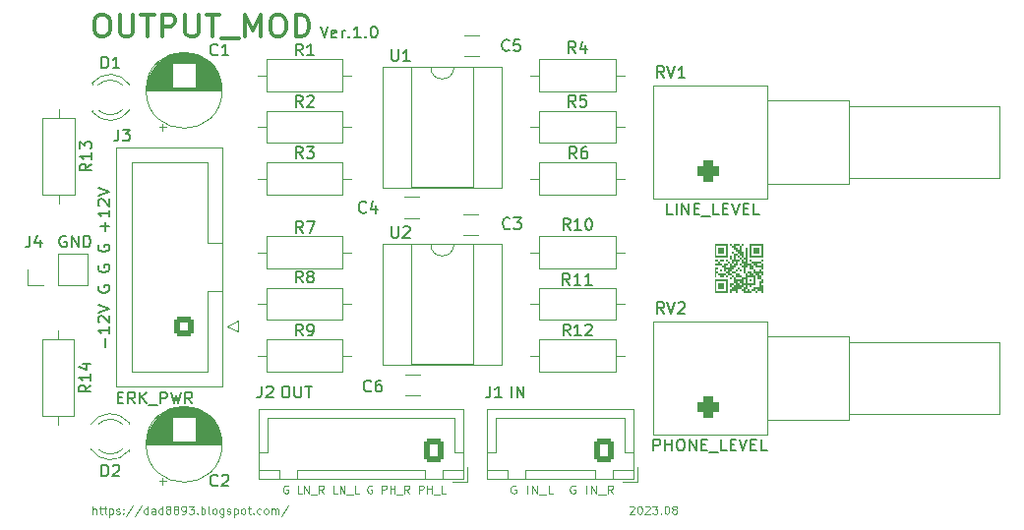
<source format=gto>
G04 #@! TF.GenerationSoftware,KiCad,Pcbnew,(6.0.11)*
G04 #@! TF.CreationDate,2023-08-25T14:28:21+09:00*
G04 #@! TF.ProjectId,OUTPUT_MOD,4f555450-5554-45f4-9d4f-442e6b696361,1.0*
G04 #@! TF.SameCoordinates,Original*
G04 #@! TF.FileFunction,Legend,Top*
G04 #@! TF.FilePolarity,Positive*
%FSLAX46Y46*%
G04 Gerber Fmt 4.6, Leading zero omitted, Abs format (unit mm)*
G04 Created by KiCad (PCBNEW (6.0.11)) date 2023-08-25 14:28:21*
%MOMM*%
%LPD*%
G01*
G04 APERTURE LIST*
G04 Aperture macros list*
%AMRoundRect*
0 Rectangle with rounded corners*
0 $1 Rounding radius*
0 $2 $3 $4 $5 $6 $7 $8 $9 X,Y pos of 4 corners*
0 Add a 4 corners polygon primitive as box body*
4,1,4,$2,$3,$4,$5,$6,$7,$8,$9,$2,$3,0*
0 Add four circle primitives for the rounded corners*
1,1,$1+$1,$2,$3*
1,1,$1+$1,$4,$5*
1,1,$1+$1,$6,$7*
1,1,$1+$1,$8,$9*
0 Add four rect primitives between the rounded corners*
20,1,$1+$1,$2,$3,$4,$5,0*
20,1,$1+$1,$4,$5,$6,$7,0*
20,1,$1+$1,$6,$7,$8,$9,0*
20,1,$1+$1,$8,$9,$2,$3,0*%
G04 Aperture macros list end*
%ADD10C,0.150000*%
%ADD11C,0.100000*%
%ADD12C,0.300000*%
%ADD13C,0.120000*%
%ADD14C,1.600000*%
%ADD15O,1.600000X1.600000*%
%ADD16C,3.200000*%
%ADD17R,1.600000X1.600000*%
%ADD18RoundRect,0.450000X-0.450000X-0.450000X0.450000X-0.450000X0.450000X0.450000X-0.450000X0.450000X0*%
%ADD19C,1.800000*%
%ADD20R,1.700000X1.700000*%
%ADD21O,1.700000X1.700000*%
%ADD22RoundRect,0.250000X0.600000X0.600000X-0.600000X0.600000X-0.600000X-0.600000X0.600000X-0.600000X0*%
%ADD23C,1.700000*%
%ADD24RoundRect,0.250000X0.600000X0.725000X-0.600000X0.725000X-0.600000X-0.725000X0.600000X-0.725000X0*%
%ADD25O,1.700000X1.950000*%
%ADD26R,1.800000X1.800000*%
G04 APERTURE END LIST*
D10*
X155806182Y-111814380D02*
X155806182Y-110814380D01*
X156282372Y-111814380D02*
X156282372Y-110814380D01*
X156853801Y-111814380D01*
X156853801Y-110814380D01*
X136279992Y-110814380D02*
X136470468Y-110814380D01*
X136565706Y-110862000D01*
X136660944Y-110957238D01*
X136708563Y-111147714D01*
X136708563Y-111481047D01*
X136660944Y-111671523D01*
X136565706Y-111766761D01*
X136470468Y-111814380D01*
X136279992Y-111814380D01*
X136184753Y-111766761D01*
X136089515Y-111671523D01*
X136041896Y-111481047D01*
X136041896Y-111147714D01*
X136089515Y-110957238D01*
X136184753Y-110862000D01*
X136279992Y-110814380D01*
X137137134Y-110814380D02*
X137137134Y-111623904D01*
X137184753Y-111719142D01*
X137232372Y-111766761D01*
X137327611Y-111814380D01*
X137518087Y-111814380D01*
X137613325Y-111766761D01*
X137660944Y-111719142D01*
X137708563Y-111623904D01*
X137708563Y-110814380D01*
X138041896Y-110814380D02*
X138613325Y-110814380D01*
X138327611Y-111814380D02*
X138327611Y-110814380D01*
D11*
X119769325Y-121838666D02*
X119769325Y-121138666D01*
X120069325Y-121838666D02*
X120069325Y-121472000D01*
X120035992Y-121405333D01*
X119969325Y-121372000D01*
X119869325Y-121372000D01*
X119802658Y-121405333D01*
X119769325Y-121438666D01*
X120302658Y-121372000D02*
X120569325Y-121372000D01*
X120402658Y-121138666D02*
X120402658Y-121738666D01*
X120435992Y-121805333D01*
X120502658Y-121838666D01*
X120569325Y-121838666D01*
X120702658Y-121372000D02*
X120969325Y-121372000D01*
X120802658Y-121138666D02*
X120802658Y-121738666D01*
X120835992Y-121805333D01*
X120902658Y-121838666D01*
X120969325Y-121838666D01*
X121202658Y-121372000D02*
X121202658Y-122072000D01*
X121202658Y-121405333D02*
X121269325Y-121372000D01*
X121402658Y-121372000D01*
X121469325Y-121405333D01*
X121502658Y-121438666D01*
X121535992Y-121505333D01*
X121535992Y-121705333D01*
X121502658Y-121772000D01*
X121469325Y-121805333D01*
X121402658Y-121838666D01*
X121269325Y-121838666D01*
X121202658Y-121805333D01*
X121802658Y-121805333D02*
X121869325Y-121838666D01*
X122002658Y-121838666D01*
X122069325Y-121805333D01*
X122102658Y-121738666D01*
X122102658Y-121705333D01*
X122069325Y-121638666D01*
X122002658Y-121605333D01*
X121902658Y-121605333D01*
X121835992Y-121572000D01*
X121802658Y-121505333D01*
X121802658Y-121472000D01*
X121835992Y-121405333D01*
X121902658Y-121372000D01*
X122002658Y-121372000D01*
X122069325Y-121405333D01*
X122402658Y-121772000D02*
X122435992Y-121805333D01*
X122402658Y-121838666D01*
X122369325Y-121805333D01*
X122402658Y-121772000D01*
X122402658Y-121838666D01*
X122402658Y-121405333D02*
X122435992Y-121438666D01*
X122402658Y-121472000D01*
X122369325Y-121438666D01*
X122402658Y-121405333D01*
X122402658Y-121472000D01*
X123235992Y-121105333D02*
X122635992Y-122005333D01*
X123969325Y-121105333D02*
X123369325Y-122005333D01*
X124502658Y-121838666D02*
X124502658Y-121138666D01*
X124502658Y-121805333D02*
X124435992Y-121838666D01*
X124302658Y-121838666D01*
X124235992Y-121805333D01*
X124202658Y-121772000D01*
X124169325Y-121705333D01*
X124169325Y-121505333D01*
X124202658Y-121438666D01*
X124235992Y-121405333D01*
X124302658Y-121372000D01*
X124435992Y-121372000D01*
X124502658Y-121405333D01*
X125135992Y-121838666D02*
X125135992Y-121472000D01*
X125102658Y-121405333D01*
X125035992Y-121372000D01*
X124902658Y-121372000D01*
X124835992Y-121405333D01*
X125135992Y-121805333D02*
X125069325Y-121838666D01*
X124902658Y-121838666D01*
X124835992Y-121805333D01*
X124802658Y-121738666D01*
X124802658Y-121672000D01*
X124835992Y-121605333D01*
X124902658Y-121572000D01*
X125069325Y-121572000D01*
X125135992Y-121538666D01*
X125769325Y-121838666D02*
X125769325Y-121138666D01*
X125769325Y-121805333D02*
X125702658Y-121838666D01*
X125569325Y-121838666D01*
X125502658Y-121805333D01*
X125469325Y-121772000D01*
X125435992Y-121705333D01*
X125435992Y-121505333D01*
X125469325Y-121438666D01*
X125502658Y-121405333D01*
X125569325Y-121372000D01*
X125702658Y-121372000D01*
X125769325Y-121405333D01*
X126202658Y-121438666D02*
X126135992Y-121405333D01*
X126102658Y-121372000D01*
X126069325Y-121305333D01*
X126069325Y-121272000D01*
X126102658Y-121205333D01*
X126135992Y-121172000D01*
X126202658Y-121138666D01*
X126335992Y-121138666D01*
X126402658Y-121172000D01*
X126435992Y-121205333D01*
X126469325Y-121272000D01*
X126469325Y-121305333D01*
X126435992Y-121372000D01*
X126402658Y-121405333D01*
X126335992Y-121438666D01*
X126202658Y-121438666D01*
X126135992Y-121472000D01*
X126102658Y-121505333D01*
X126069325Y-121572000D01*
X126069325Y-121705333D01*
X126102658Y-121772000D01*
X126135992Y-121805333D01*
X126202658Y-121838666D01*
X126335992Y-121838666D01*
X126402658Y-121805333D01*
X126435992Y-121772000D01*
X126469325Y-121705333D01*
X126469325Y-121572000D01*
X126435992Y-121505333D01*
X126402658Y-121472000D01*
X126335992Y-121438666D01*
X126869325Y-121438666D02*
X126802658Y-121405333D01*
X126769325Y-121372000D01*
X126735992Y-121305333D01*
X126735992Y-121272000D01*
X126769325Y-121205333D01*
X126802658Y-121172000D01*
X126869325Y-121138666D01*
X127002658Y-121138666D01*
X127069325Y-121172000D01*
X127102658Y-121205333D01*
X127135992Y-121272000D01*
X127135992Y-121305333D01*
X127102658Y-121372000D01*
X127069325Y-121405333D01*
X127002658Y-121438666D01*
X126869325Y-121438666D01*
X126802658Y-121472000D01*
X126769325Y-121505333D01*
X126735992Y-121572000D01*
X126735992Y-121705333D01*
X126769325Y-121772000D01*
X126802658Y-121805333D01*
X126869325Y-121838666D01*
X127002658Y-121838666D01*
X127069325Y-121805333D01*
X127102658Y-121772000D01*
X127135992Y-121705333D01*
X127135992Y-121572000D01*
X127102658Y-121505333D01*
X127069325Y-121472000D01*
X127002658Y-121438666D01*
X127469325Y-121838666D02*
X127602658Y-121838666D01*
X127669325Y-121805333D01*
X127702658Y-121772000D01*
X127769325Y-121672000D01*
X127802658Y-121538666D01*
X127802658Y-121272000D01*
X127769325Y-121205333D01*
X127735992Y-121172000D01*
X127669325Y-121138666D01*
X127535992Y-121138666D01*
X127469325Y-121172000D01*
X127435992Y-121205333D01*
X127402658Y-121272000D01*
X127402658Y-121438666D01*
X127435992Y-121505333D01*
X127469325Y-121538666D01*
X127535992Y-121572000D01*
X127669325Y-121572000D01*
X127735992Y-121538666D01*
X127769325Y-121505333D01*
X127802658Y-121438666D01*
X128035992Y-121138666D02*
X128469325Y-121138666D01*
X128235992Y-121405333D01*
X128335992Y-121405333D01*
X128402658Y-121438666D01*
X128435992Y-121472000D01*
X128469325Y-121538666D01*
X128469325Y-121705333D01*
X128435992Y-121772000D01*
X128402658Y-121805333D01*
X128335992Y-121838666D01*
X128135992Y-121838666D01*
X128069325Y-121805333D01*
X128035992Y-121772000D01*
X128769325Y-121772000D02*
X128802658Y-121805333D01*
X128769325Y-121838666D01*
X128735992Y-121805333D01*
X128769325Y-121772000D01*
X128769325Y-121838666D01*
X129102658Y-121838666D02*
X129102658Y-121138666D01*
X129102658Y-121405333D02*
X129169325Y-121372000D01*
X129302658Y-121372000D01*
X129369325Y-121405333D01*
X129402658Y-121438666D01*
X129435992Y-121505333D01*
X129435992Y-121705333D01*
X129402658Y-121772000D01*
X129369325Y-121805333D01*
X129302658Y-121838666D01*
X129169325Y-121838666D01*
X129102658Y-121805333D01*
X129835992Y-121838666D02*
X129769325Y-121805333D01*
X129735992Y-121738666D01*
X129735992Y-121138666D01*
X130202658Y-121838666D02*
X130135992Y-121805333D01*
X130102658Y-121772000D01*
X130069325Y-121705333D01*
X130069325Y-121505333D01*
X130102658Y-121438666D01*
X130135992Y-121405333D01*
X130202658Y-121372000D01*
X130302658Y-121372000D01*
X130369325Y-121405333D01*
X130402658Y-121438666D01*
X130435992Y-121505333D01*
X130435992Y-121705333D01*
X130402658Y-121772000D01*
X130369325Y-121805333D01*
X130302658Y-121838666D01*
X130202658Y-121838666D01*
X131035992Y-121372000D02*
X131035992Y-121938666D01*
X131002658Y-122005333D01*
X130969325Y-122038666D01*
X130902658Y-122072000D01*
X130802658Y-122072000D01*
X130735992Y-122038666D01*
X131035992Y-121805333D02*
X130969325Y-121838666D01*
X130835992Y-121838666D01*
X130769325Y-121805333D01*
X130735992Y-121772000D01*
X130702658Y-121705333D01*
X130702658Y-121505333D01*
X130735992Y-121438666D01*
X130769325Y-121405333D01*
X130835992Y-121372000D01*
X130969325Y-121372000D01*
X131035992Y-121405333D01*
X131335992Y-121805333D02*
X131402658Y-121838666D01*
X131535992Y-121838666D01*
X131602658Y-121805333D01*
X131635992Y-121738666D01*
X131635992Y-121705333D01*
X131602658Y-121638666D01*
X131535992Y-121605333D01*
X131435992Y-121605333D01*
X131369325Y-121572000D01*
X131335992Y-121505333D01*
X131335992Y-121472000D01*
X131369325Y-121405333D01*
X131435992Y-121372000D01*
X131535992Y-121372000D01*
X131602658Y-121405333D01*
X131935992Y-121372000D02*
X131935992Y-122072000D01*
X131935992Y-121405333D02*
X132002658Y-121372000D01*
X132135992Y-121372000D01*
X132202658Y-121405333D01*
X132235992Y-121438666D01*
X132269325Y-121505333D01*
X132269325Y-121705333D01*
X132235992Y-121772000D01*
X132202658Y-121805333D01*
X132135992Y-121838666D01*
X132002658Y-121838666D01*
X131935992Y-121805333D01*
X132669325Y-121838666D02*
X132602658Y-121805333D01*
X132569325Y-121772000D01*
X132535992Y-121705333D01*
X132535992Y-121505333D01*
X132569325Y-121438666D01*
X132602658Y-121405333D01*
X132669325Y-121372000D01*
X132769325Y-121372000D01*
X132835992Y-121405333D01*
X132869325Y-121438666D01*
X132902658Y-121505333D01*
X132902658Y-121705333D01*
X132869325Y-121772000D01*
X132835992Y-121805333D01*
X132769325Y-121838666D01*
X132669325Y-121838666D01*
X133102658Y-121372000D02*
X133369325Y-121372000D01*
X133202658Y-121138666D02*
X133202658Y-121738666D01*
X133235992Y-121805333D01*
X133302658Y-121838666D01*
X133369325Y-121838666D01*
X133602658Y-121772000D02*
X133635992Y-121805333D01*
X133602658Y-121838666D01*
X133569325Y-121805333D01*
X133602658Y-121772000D01*
X133602658Y-121838666D01*
X134235992Y-121805333D02*
X134169325Y-121838666D01*
X134035992Y-121838666D01*
X133969325Y-121805333D01*
X133935992Y-121772000D01*
X133902658Y-121705333D01*
X133902658Y-121505333D01*
X133935992Y-121438666D01*
X133969325Y-121405333D01*
X134035992Y-121372000D01*
X134169325Y-121372000D01*
X134235992Y-121405333D01*
X134635992Y-121838666D02*
X134569325Y-121805333D01*
X134535992Y-121772000D01*
X134502658Y-121705333D01*
X134502658Y-121505333D01*
X134535992Y-121438666D01*
X134569325Y-121405333D01*
X134635992Y-121372000D01*
X134735992Y-121372000D01*
X134802658Y-121405333D01*
X134835992Y-121438666D01*
X134869325Y-121505333D01*
X134869325Y-121705333D01*
X134835992Y-121772000D01*
X134802658Y-121805333D01*
X134735992Y-121838666D01*
X134635992Y-121838666D01*
X135169325Y-121838666D02*
X135169325Y-121372000D01*
X135169325Y-121438666D02*
X135202658Y-121405333D01*
X135269325Y-121372000D01*
X135369325Y-121372000D01*
X135435992Y-121405333D01*
X135469325Y-121472000D01*
X135469325Y-121838666D01*
X135469325Y-121472000D02*
X135502658Y-121405333D01*
X135569325Y-121372000D01*
X135669325Y-121372000D01*
X135735992Y-121405333D01*
X135769325Y-121472000D01*
X135769325Y-121838666D01*
X136602658Y-121105333D02*
X136002658Y-122005333D01*
X165980658Y-121205333D02*
X166013992Y-121172000D01*
X166080658Y-121138666D01*
X166247325Y-121138666D01*
X166313992Y-121172000D01*
X166347325Y-121205333D01*
X166380658Y-121272000D01*
X166380658Y-121338666D01*
X166347325Y-121438666D01*
X165947325Y-121838666D01*
X166380658Y-121838666D01*
X166813992Y-121138666D02*
X166880658Y-121138666D01*
X166947325Y-121172000D01*
X166980658Y-121205333D01*
X167013992Y-121272000D01*
X167047325Y-121405333D01*
X167047325Y-121572000D01*
X167013992Y-121705333D01*
X166980658Y-121772000D01*
X166947325Y-121805333D01*
X166880658Y-121838666D01*
X166813992Y-121838666D01*
X166747325Y-121805333D01*
X166713992Y-121772000D01*
X166680658Y-121705333D01*
X166647325Y-121572000D01*
X166647325Y-121405333D01*
X166680658Y-121272000D01*
X166713992Y-121205333D01*
X166747325Y-121172000D01*
X166813992Y-121138666D01*
X167313992Y-121205333D02*
X167347325Y-121172000D01*
X167413992Y-121138666D01*
X167580658Y-121138666D01*
X167647325Y-121172000D01*
X167680658Y-121205333D01*
X167713992Y-121272000D01*
X167713992Y-121338666D01*
X167680658Y-121438666D01*
X167280658Y-121838666D01*
X167713992Y-121838666D01*
X167947325Y-121138666D02*
X168380658Y-121138666D01*
X168147325Y-121405333D01*
X168247325Y-121405333D01*
X168313992Y-121438666D01*
X168347325Y-121472000D01*
X168380658Y-121538666D01*
X168380658Y-121705333D01*
X168347325Y-121772000D01*
X168313992Y-121805333D01*
X168247325Y-121838666D01*
X168047325Y-121838666D01*
X167980658Y-121805333D01*
X167947325Y-121772000D01*
X168680658Y-121772000D02*
X168713992Y-121805333D01*
X168680658Y-121838666D01*
X168647325Y-121805333D01*
X168680658Y-121772000D01*
X168680658Y-121838666D01*
X169147325Y-121138666D02*
X169213992Y-121138666D01*
X169280658Y-121172000D01*
X169313992Y-121205333D01*
X169347325Y-121272000D01*
X169380658Y-121405333D01*
X169380658Y-121572000D01*
X169347325Y-121705333D01*
X169313992Y-121772000D01*
X169280658Y-121805333D01*
X169213992Y-121838666D01*
X169147325Y-121838666D01*
X169080658Y-121805333D01*
X169047325Y-121772000D01*
X169013992Y-121705333D01*
X168980658Y-121572000D01*
X168980658Y-121405333D01*
X169013992Y-121272000D01*
X169047325Y-121205333D01*
X169080658Y-121172000D01*
X169147325Y-121138666D01*
X169780658Y-121438666D02*
X169713992Y-121405333D01*
X169680658Y-121372000D01*
X169647325Y-121305333D01*
X169647325Y-121272000D01*
X169680658Y-121205333D01*
X169713992Y-121172000D01*
X169780658Y-121138666D01*
X169913992Y-121138666D01*
X169980658Y-121172000D01*
X170013992Y-121205333D01*
X170047325Y-121272000D01*
X170047325Y-121305333D01*
X170013992Y-121372000D01*
X169980658Y-121405333D01*
X169913992Y-121438666D01*
X169780658Y-121438666D01*
X169713992Y-121472000D01*
X169680658Y-121505333D01*
X169647325Y-121572000D01*
X169647325Y-121705333D01*
X169680658Y-121772000D01*
X169713992Y-121805333D01*
X169780658Y-121838666D01*
X169913992Y-121838666D01*
X169980658Y-121805333D01*
X170013992Y-121772000D01*
X170047325Y-121705333D01*
X170047325Y-121572000D01*
X170013992Y-121505333D01*
X169980658Y-121472000D01*
X169913992Y-121438666D01*
D10*
X139351992Y-79826380D02*
X139685325Y-80826380D01*
X140018658Y-79826380D01*
X140732944Y-80778761D02*
X140637706Y-80826380D01*
X140447230Y-80826380D01*
X140351992Y-80778761D01*
X140304372Y-80683523D01*
X140304372Y-80302571D01*
X140351992Y-80207333D01*
X140447230Y-80159714D01*
X140637706Y-80159714D01*
X140732944Y-80207333D01*
X140780563Y-80302571D01*
X140780563Y-80397809D01*
X140304372Y-80493047D01*
X141209134Y-80826380D02*
X141209134Y-80159714D01*
X141209134Y-80350190D02*
X141256753Y-80254952D01*
X141304372Y-80207333D01*
X141399611Y-80159714D01*
X141494849Y-80159714D01*
X141828182Y-80731142D02*
X141875801Y-80778761D01*
X141828182Y-80826380D01*
X141780563Y-80778761D01*
X141828182Y-80731142D01*
X141828182Y-80826380D01*
X142828182Y-80826380D02*
X142256753Y-80826380D01*
X142542468Y-80826380D02*
X142542468Y-79826380D01*
X142447230Y-79969238D01*
X142351992Y-80064476D01*
X142256753Y-80112095D01*
X143256753Y-80731142D02*
X143304372Y-80778761D01*
X143256753Y-80826380D01*
X143209134Y-80778761D01*
X143256753Y-80731142D01*
X143256753Y-80826380D01*
X143923420Y-79826380D02*
X144018658Y-79826380D01*
X144113896Y-79874000D01*
X144161515Y-79921619D01*
X144209134Y-80016857D01*
X144256753Y-80207333D01*
X144256753Y-80445428D01*
X144209134Y-80635904D01*
X144161515Y-80731142D01*
X144113896Y-80778761D01*
X144018658Y-80826380D01*
X143923420Y-80826380D01*
X143828182Y-80778761D01*
X143780563Y-80731142D01*
X143732944Y-80635904D01*
X143685325Y-80445428D01*
X143685325Y-80207333D01*
X143732944Y-80016857D01*
X143780563Y-79921619D01*
X143828182Y-79874000D01*
X143923420Y-79826380D01*
D12*
X120390087Y-78825523D02*
X120771039Y-78825523D01*
X120961515Y-78916000D01*
X121151992Y-79096952D01*
X121247230Y-79458857D01*
X121247230Y-80092190D01*
X121151992Y-80454095D01*
X120961515Y-80635047D01*
X120771039Y-80725523D01*
X120390087Y-80725523D01*
X120199611Y-80635047D01*
X120009134Y-80454095D01*
X119913896Y-80092190D01*
X119913896Y-79458857D01*
X120009134Y-79096952D01*
X120199611Y-78916000D01*
X120390087Y-78825523D01*
X122104372Y-78825523D02*
X122104372Y-80363619D01*
X122199611Y-80544571D01*
X122294849Y-80635047D01*
X122485325Y-80725523D01*
X122866277Y-80725523D01*
X123056753Y-80635047D01*
X123151992Y-80544571D01*
X123247230Y-80363619D01*
X123247230Y-78825523D01*
X123913896Y-78825523D02*
X125056753Y-78825523D01*
X124485325Y-80725523D02*
X124485325Y-78825523D01*
X125723420Y-80725523D02*
X125723420Y-78825523D01*
X126485325Y-78825523D01*
X126675801Y-78916000D01*
X126771039Y-79006476D01*
X126866277Y-79187428D01*
X126866277Y-79458857D01*
X126771039Y-79639809D01*
X126675801Y-79730285D01*
X126485325Y-79820761D01*
X125723420Y-79820761D01*
X127723420Y-78825523D02*
X127723420Y-80363619D01*
X127818658Y-80544571D01*
X127913896Y-80635047D01*
X128104372Y-80725523D01*
X128485325Y-80725523D01*
X128675801Y-80635047D01*
X128771039Y-80544571D01*
X128866277Y-80363619D01*
X128866277Y-78825523D01*
X129532944Y-78825523D02*
X130675801Y-78825523D01*
X130104372Y-80725523D02*
X130104372Y-78825523D01*
X130866277Y-80906476D02*
X132390087Y-80906476D01*
X132866277Y-80725523D02*
X132866277Y-78825523D01*
X133532944Y-80182666D01*
X134199611Y-78825523D01*
X134199611Y-80725523D01*
X135532944Y-78825523D02*
X135913896Y-78825523D01*
X136104372Y-78916000D01*
X136294849Y-79096952D01*
X136390087Y-79458857D01*
X136390087Y-80092190D01*
X136294849Y-80454095D01*
X136104372Y-80635047D01*
X135913896Y-80725523D01*
X135532944Y-80725523D01*
X135342468Y-80635047D01*
X135151992Y-80454095D01*
X135056753Y-80092190D01*
X135056753Y-79458857D01*
X135151992Y-79096952D01*
X135342468Y-78916000D01*
X135532944Y-78825523D01*
X137247230Y-80725523D02*
X137247230Y-78825523D01*
X137723420Y-78825523D01*
X138009134Y-78916000D01*
X138199611Y-79096952D01*
X138294849Y-79277904D01*
X138390087Y-79639809D01*
X138390087Y-79911238D01*
X138294849Y-80273142D01*
X138199611Y-80454095D01*
X138009134Y-80635047D01*
X137723420Y-80725523D01*
X137247230Y-80725523D01*
D10*
X168030468Y-116386380D02*
X168030468Y-115386380D01*
X168411420Y-115386380D01*
X168506658Y-115434000D01*
X168554277Y-115481619D01*
X168601896Y-115576857D01*
X168601896Y-115719714D01*
X168554277Y-115814952D01*
X168506658Y-115862571D01*
X168411420Y-115910190D01*
X168030468Y-115910190D01*
X169030468Y-116386380D02*
X169030468Y-115386380D01*
X169030468Y-115862571D02*
X169601896Y-115862571D01*
X169601896Y-116386380D02*
X169601896Y-115386380D01*
X170268563Y-115386380D02*
X170459039Y-115386380D01*
X170554277Y-115434000D01*
X170649515Y-115529238D01*
X170697134Y-115719714D01*
X170697134Y-116053047D01*
X170649515Y-116243523D01*
X170554277Y-116338761D01*
X170459039Y-116386380D01*
X170268563Y-116386380D01*
X170173325Y-116338761D01*
X170078087Y-116243523D01*
X170030468Y-116053047D01*
X170030468Y-115719714D01*
X170078087Y-115529238D01*
X170173325Y-115434000D01*
X170268563Y-115386380D01*
X171125706Y-116386380D02*
X171125706Y-115386380D01*
X171697134Y-116386380D01*
X171697134Y-115386380D01*
X172173325Y-115862571D02*
X172506658Y-115862571D01*
X172649515Y-116386380D02*
X172173325Y-116386380D01*
X172173325Y-115386380D01*
X172649515Y-115386380D01*
X172839992Y-116481619D02*
X173601896Y-116481619D01*
X174316182Y-116386380D02*
X173839992Y-116386380D01*
X173839992Y-115386380D01*
X174649515Y-115862571D02*
X174982849Y-115862571D01*
X175125706Y-116386380D02*
X174649515Y-116386380D01*
X174649515Y-115386380D01*
X175125706Y-115386380D01*
X175411420Y-115386380D02*
X175744753Y-116386380D01*
X176078087Y-115386380D01*
X176411420Y-115862571D02*
X176744753Y-115862571D01*
X176887611Y-116386380D02*
X176411420Y-116386380D01*
X176411420Y-115386380D01*
X176887611Y-115386380D01*
X177792372Y-116386380D02*
X177316182Y-116386380D01*
X177316182Y-115386380D01*
X169665420Y-96066380D02*
X169189230Y-96066380D01*
X169189230Y-95066380D01*
X169998753Y-96066380D02*
X169998753Y-95066380D01*
X170474944Y-96066380D02*
X170474944Y-95066380D01*
X171046372Y-96066380D01*
X171046372Y-95066380D01*
X171522563Y-95542571D02*
X171855896Y-95542571D01*
X171998753Y-96066380D02*
X171522563Y-96066380D01*
X171522563Y-95066380D01*
X171998753Y-95066380D01*
X172189230Y-96161619D02*
X172951134Y-96161619D01*
X173665420Y-96066380D02*
X173189230Y-96066380D01*
X173189230Y-95066380D01*
X173998753Y-95542571D02*
X174332087Y-95542571D01*
X174474944Y-96066380D02*
X173998753Y-96066380D01*
X173998753Y-95066380D01*
X174474944Y-95066380D01*
X174760658Y-95066380D02*
X175093992Y-96066380D01*
X175427325Y-95066380D01*
X175760658Y-95542571D02*
X176093992Y-95542571D01*
X176236849Y-96066380D02*
X175760658Y-96066380D01*
X175760658Y-95066380D01*
X176236849Y-95066380D01*
X177141611Y-96066380D02*
X176665420Y-96066380D01*
X176665420Y-95066380D01*
D11*
X156178087Y-119394000D02*
X156101896Y-119360666D01*
X155987611Y-119360666D01*
X155873325Y-119394000D01*
X155797134Y-119460666D01*
X155759039Y-119527333D01*
X155720944Y-119660666D01*
X155720944Y-119760666D01*
X155759039Y-119894000D01*
X155797134Y-119960666D01*
X155873325Y-120027333D01*
X155987611Y-120060666D01*
X156063801Y-120060666D01*
X156178087Y-120027333D01*
X156216182Y-119994000D01*
X156216182Y-119760666D01*
X156063801Y-119760666D01*
X157168563Y-120060666D02*
X157168563Y-119360666D01*
X157549515Y-120060666D02*
X157549515Y-119360666D01*
X158006658Y-120060666D01*
X158006658Y-119360666D01*
X158197134Y-120127333D02*
X158806658Y-120127333D01*
X159378087Y-120060666D02*
X158997134Y-120060666D01*
X158997134Y-119360666D01*
X161282849Y-119394000D02*
X161206658Y-119360666D01*
X161092372Y-119360666D01*
X160978087Y-119394000D01*
X160901896Y-119460666D01*
X160863801Y-119527333D01*
X160825706Y-119660666D01*
X160825706Y-119760666D01*
X160863801Y-119894000D01*
X160901896Y-119960666D01*
X160978087Y-120027333D01*
X161092372Y-120060666D01*
X161168563Y-120060666D01*
X161282849Y-120027333D01*
X161320944Y-119994000D01*
X161320944Y-119760666D01*
X161168563Y-119760666D01*
X162273325Y-120060666D02*
X162273325Y-119360666D01*
X162654277Y-120060666D02*
X162654277Y-119360666D01*
X163111420Y-120060666D01*
X163111420Y-119360666D01*
X163301896Y-120127333D02*
X163911420Y-120127333D01*
X164559039Y-120060666D02*
X164292372Y-119727333D01*
X164101896Y-120060666D02*
X164101896Y-119360666D01*
X164406658Y-119360666D01*
X164482849Y-119394000D01*
X164520944Y-119427333D01*
X164559039Y-119494000D01*
X164559039Y-119594000D01*
X164520944Y-119660666D01*
X164482849Y-119694000D01*
X164406658Y-119727333D01*
X164101896Y-119727333D01*
X136555325Y-119394000D02*
X136488658Y-119360666D01*
X136388658Y-119360666D01*
X136288658Y-119394000D01*
X136221992Y-119460666D01*
X136188658Y-119527333D01*
X136155325Y-119660666D01*
X136155325Y-119760666D01*
X136188658Y-119894000D01*
X136221992Y-119960666D01*
X136288658Y-120027333D01*
X136388658Y-120060666D01*
X136455325Y-120060666D01*
X136555325Y-120027333D01*
X136588658Y-119994000D01*
X136588658Y-119760666D01*
X136455325Y-119760666D01*
X137755325Y-120060666D02*
X137421992Y-120060666D01*
X137421992Y-119360666D01*
X137988658Y-120060666D02*
X137988658Y-119360666D01*
X138388658Y-120060666D01*
X138388658Y-119360666D01*
X138555325Y-120127333D02*
X139088658Y-120127333D01*
X139655325Y-120060666D02*
X139421992Y-119727333D01*
X139255325Y-120060666D02*
X139255325Y-119360666D01*
X139521992Y-119360666D01*
X139588658Y-119394000D01*
X139621992Y-119427333D01*
X139655325Y-119494000D01*
X139655325Y-119594000D01*
X139621992Y-119660666D01*
X139588658Y-119694000D01*
X139521992Y-119727333D01*
X139255325Y-119727333D01*
X140821992Y-120060666D02*
X140488658Y-120060666D01*
X140488658Y-119360666D01*
X141055325Y-120060666D02*
X141055325Y-119360666D01*
X141455325Y-120060666D01*
X141455325Y-119360666D01*
X141621992Y-120127333D02*
X142155325Y-120127333D01*
X142655325Y-120060666D02*
X142321992Y-120060666D01*
X142321992Y-119360666D01*
X143788658Y-119394000D02*
X143721992Y-119360666D01*
X143621992Y-119360666D01*
X143521992Y-119394000D01*
X143455325Y-119460666D01*
X143421992Y-119527333D01*
X143388658Y-119660666D01*
X143388658Y-119760666D01*
X143421992Y-119894000D01*
X143455325Y-119960666D01*
X143521992Y-120027333D01*
X143621992Y-120060666D01*
X143688658Y-120060666D01*
X143788658Y-120027333D01*
X143821992Y-119994000D01*
X143821992Y-119760666D01*
X143688658Y-119760666D01*
X144655325Y-120060666D02*
X144655325Y-119360666D01*
X144921992Y-119360666D01*
X144988658Y-119394000D01*
X145021992Y-119427333D01*
X145055325Y-119494000D01*
X145055325Y-119594000D01*
X145021992Y-119660666D01*
X144988658Y-119694000D01*
X144921992Y-119727333D01*
X144655325Y-119727333D01*
X145355325Y-120060666D02*
X145355325Y-119360666D01*
X145355325Y-119694000D02*
X145755325Y-119694000D01*
X145755325Y-120060666D02*
X145755325Y-119360666D01*
X145921992Y-120127333D02*
X146455325Y-120127333D01*
X147021992Y-120060666D02*
X146788658Y-119727333D01*
X146621992Y-120060666D02*
X146621992Y-119360666D01*
X146888658Y-119360666D01*
X146955325Y-119394000D01*
X146988658Y-119427333D01*
X147021992Y-119494000D01*
X147021992Y-119594000D01*
X146988658Y-119660666D01*
X146955325Y-119694000D01*
X146888658Y-119727333D01*
X146621992Y-119727333D01*
X147855325Y-120060666D02*
X147855325Y-119360666D01*
X148121992Y-119360666D01*
X148188658Y-119394000D01*
X148221992Y-119427333D01*
X148255325Y-119494000D01*
X148255325Y-119594000D01*
X148221992Y-119660666D01*
X148188658Y-119694000D01*
X148121992Y-119727333D01*
X147855325Y-119727333D01*
X148555325Y-120060666D02*
X148555325Y-119360666D01*
X148555325Y-119694000D02*
X148955325Y-119694000D01*
X148955325Y-120060666D02*
X148955325Y-119360666D01*
X149121992Y-120127333D02*
X149655325Y-120127333D01*
X150155325Y-120060666D02*
X149821992Y-120060666D01*
X149821992Y-119360666D01*
D10*
X121921325Y-111798571D02*
X122254658Y-111798571D01*
X122397515Y-112322380D02*
X121921325Y-112322380D01*
X121921325Y-111322380D01*
X122397515Y-111322380D01*
X123397515Y-112322380D02*
X123064182Y-111846190D01*
X122826087Y-112322380D02*
X122826087Y-111322380D01*
X123207039Y-111322380D01*
X123302277Y-111370000D01*
X123349896Y-111417619D01*
X123397515Y-111512857D01*
X123397515Y-111655714D01*
X123349896Y-111750952D01*
X123302277Y-111798571D01*
X123207039Y-111846190D01*
X122826087Y-111846190D01*
X123826087Y-112322380D02*
X123826087Y-111322380D01*
X124397515Y-112322380D02*
X123968944Y-111750952D01*
X124397515Y-111322380D02*
X123826087Y-111893809D01*
X124587992Y-112417619D02*
X125349896Y-112417619D01*
X125587992Y-112322380D02*
X125587992Y-111322380D01*
X125968944Y-111322380D01*
X126064182Y-111370000D01*
X126111801Y-111417619D01*
X126159420Y-111512857D01*
X126159420Y-111655714D01*
X126111801Y-111750952D01*
X126064182Y-111798571D01*
X125968944Y-111846190D01*
X125587992Y-111846190D01*
X126492753Y-111322380D02*
X126730849Y-112322380D01*
X126921325Y-111608095D01*
X127111801Y-112322380D01*
X127349896Y-111322380D01*
X128302277Y-112322380D02*
X127968944Y-111846190D01*
X127730849Y-112322380D02*
X127730849Y-111322380D01*
X128111801Y-111322380D01*
X128207039Y-111370000D01*
X128254658Y-111417619D01*
X128302277Y-111512857D01*
X128302277Y-111655714D01*
X128254658Y-111750952D01*
X128207039Y-111798571D01*
X128111801Y-111846190D01*
X127730849Y-111846190D01*
X120841420Y-107479714D02*
X120841420Y-106717809D01*
X121222372Y-105717809D02*
X121222372Y-106289238D01*
X121222372Y-106003523D02*
X120222372Y-106003523D01*
X120365230Y-106098761D01*
X120460468Y-106194000D01*
X120508087Y-106289238D01*
X120317611Y-105336857D02*
X120269992Y-105289238D01*
X120222372Y-105194000D01*
X120222372Y-104955904D01*
X120269992Y-104860666D01*
X120317611Y-104813047D01*
X120412849Y-104765428D01*
X120508087Y-104765428D01*
X120650944Y-104813047D01*
X121222372Y-105384476D01*
X121222372Y-104765428D01*
X120222372Y-104479714D02*
X121222372Y-104146380D01*
X120222372Y-103813047D01*
X120269992Y-102194000D02*
X120222372Y-102289238D01*
X120222372Y-102432095D01*
X120269992Y-102574952D01*
X120365230Y-102670190D01*
X120460468Y-102717809D01*
X120650944Y-102765428D01*
X120793801Y-102765428D01*
X120984277Y-102717809D01*
X121079515Y-102670190D01*
X121174753Y-102574952D01*
X121222372Y-102432095D01*
X121222372Y-102336857D01*
X121174753Y-102194000D01*
X121127134Y-102146380D01*
X120793801Y-102146380D01*
X120793801Y-102336857D01*
X120269992Y-100432095D02*
X120222372Y-100527333D01*
X120222372Y-100670190D01*
X120269992Y-100813047D01*
X120365230Y-100908285D01*
X120460468Y-100955904D01*
X120650944Y-101003523D01*
X120793801Y-101003523D01*
X120984277Y-100955904D01*
X121079515Y-100908285D01*
X121174753Y-100813047D01*
X121222372Y-100670190D01*
X121222372Y-100574952D01*
X121174753Y-100432095D01*
X121127134Y-100384476D01*
X120793801Y-100384476D01*
X120793801Y-100574952D01*
X120269992Y-98670190D02*
X120222372Y-98765428D01*
X120222372Y-98908285D01*
X120269992Y-99051142D01*
X120365230Y-99146380D01*
X120460468Y-99194000D01*
X120650944Y-99241619D01*
X120793801Y-99241619D01*
X120984277Y-99194000D01*
X121079515Y-99146380D01*
X121174753Y-99051142D01*
X121222372Y-98908285D01*
X121222372Y-98813047D01*
X121174753Y-98670190D01*
X121127134Y-98622571D01*
X120793801Y-98622571D01*
X120793801Y-98813047D01*
X120841420Y-97432095D02*
X120841420Y-96670190D01*
X121222372Y-97051142D02*
X120460468Y-97051142D01*
X121222372Y-95670190D02*
X121222372Y-96241619D01*
X121222372Y-95955904D02*
X120222372Y-95955904D01*
X120365230Y-96051142D01*
X120460468Y-96146380D01*
X120508087Y-96241619D01*
X120317611Y-95289238D02*
X120269992Y-95241619D01*
X120222372Y-95146380D01*
X120222372Y-94908285D01*
X120269992Y-94813047D01*
X120317611Y-94765428D01*
X120412849Y-94717809D01*
X120508087Y-94717809D01*
X120650944Y-94765428D01*
X121222372Y-95336857D01*
X121222372Y-94717809D01*
X120222372Y-94432095D02*
X121222372Y-94098761D01*
X120222372Y-93765428D01*
X117468087Y-97908000D02*
X117372849Y-97860380D01*
X117229992Y-97860380D01*
X117087134Y-97908000D01*
X116991896Y-98003238D01*
X116944277Y-98098476D01*
X116896658Y-98288952D01*
X116896658Y-98431809D01*
X116944277Y-98622285D01*
X116991896Y-98717523D01*
X117087134Y-98812761D01*
X117229992Y-98860380D01*
X117325230Y-98860380D01*
X117468087Y-98812761D01*
X117515706Y-98765142D01*
X117515706Y-98431809D01*
X117325230Y-98431809D01*
X117944277Y-98860380D02*
X117944277Y-97860380D01*
X118515706Y-98860380D01*
X118515706Y-97860380D01*
X118991896Y-98860380D02*
X118991896Y-97860380D01*
X119229992Y-97860380D01*
X119372849Y-97908000D01*
X119468087Y-98003238D01*
X119515706Y-98098476D01*
X119563325Y-98288952D01*
X119563325Y-98431809D01*
X119515706Y-98622285D01*
X119468087Y-98717523D01*
X119372849Y-98812761D01*
X119229992Y-98860380D01*
X118991896Y-98860380D01*
X160850134Y-106480380D02*
X160516801Y-106004190D01*
X160278706Y-106480380D02*
X160278706Y-105480380D01*
X160659658Y-105480380D01*
X160754896Y-105528000D01*
X160802515Y-105575619D01*
X160850134Y-105670857D01*
X160850134Y-105813714D01*
X160802515Y-105908952D01*
X160754896Y-105956571D01*
X160659658Y-106004190D01*
X160278706Y-106004190D01*
X161802515Y-106480380D02*
X161231087Y-106480380D01*
X161516801Y-106480380D02*
X161516801Y-105480380D01*
X161421563Y-105623238D01*
X161326325Y-105718476D01*
X161231087Y-105766095D01*
X162183468Y-105575619D02*
X162231087Y-105528000D01*
X162326325Y-105480380D01*
X162564420Y-105480380D01*
X162659658Y-105528000D01*
X162707277Y-105575619D01*
X162754896Y-105670857D01*
X162754896Y-105766095D01*
X162707277Y-105908952D01*
X162135849Y-106480380D01*
X162754896Y-106480380D01*
X145491087Y-97064380D02*
X145491087Y-97873904D01*
X145538706Y-97969142D01*
X145586325Y-98016761D01*
X145681563Y-98064380D01*
X145872039Y-98064380D01*
X145967277Y-98016761D01*
X146014896Y-97969142D01*
X146062515Y-97873904D01*
X146062515Y-97064380D01*
X146491087Y-97159619D02*
X146538706Y-97112000D01*
X146633944Y-97064380D01*
X146872039Y-97064380D01*
X146967277Y-97112000D01*
X147014896Y-97159619D01*
X147062515Y-97254857D01*
X147062515Y-97350095D01*
X147014896Y-97492952D01*
X146443468Y-98064380D01*
X147062515Y-98064380D01*
X145491087Y-81824380D02*
X145491087Y-82633904D01*
X145538706Y-82729142D01*
X145586325Y-82776761D01*
X145681563Y-82824380D01*
X145872039Y-82824380D01*
X145967277Y-82776761D01*
X146014896Y-82729142D01*
X146062515Y-82633904D01*
X146062515Y-81824380D01*
X147062515Y-82824380D02*
X146491087Y-82824380D01*
X146776801Y-82824380D02*
X146776801Y-81824380D01*
X146681563Y-81967238D01*
X146586325Y-82062476D01*
X146491087Y-82110095D01*
X168942753Y-104584380D02*
X168609420Y-104108190D01*
X168371325Y-104584380D02*
X168371325Y-103584380D01*
X168752277Y-103584380D01*
X168847515Y-103632000D01*
X168895134Y-103679619D01*
X168942753Y-103774857D01*
X168942753Y-103917714D01*
X168895134Y-104012952D01*
X168847515Y-104060571D01*
X168752277Y-104108190D01*
X168371325Y-104108190D01*
X169228468Y-103584380D02*
X169561801Y-104584380D01*
X169895134Y-103584380D01*
X170180849Y-103679619D02*
X170228468Y-103632000D01*
X170323706Y-103584380D01*
X170561801Y-103584380D01*
X170657039Y-103632000D01*
X170704658Y-103679619D01*
X170752277Y-103774857D01*
X170752277Y-103870095D01*
X170704658Y-104012952D01*
X170133230Y-104584380D01*
X170752277Y-104584380D01*
X168942753Y-84264380D02*
X168609420Y-83788190D01*
X168371325Y-84264380D02*
X168371325Y-83264380D01*
X168752277Y-83264380D01*
X168847515Y-83312000D01*
X168895134Y-83359619D01*
X168942753Y-83454857D01*
X168942753Y-83597714D01*
X168895134Y-83692952D01*
X168847515Y-83740571D01*
X168752277Y-83788190D01*
X168371325Y-83788190D01*
X169228468Y-83264380D02*
X169561801Y-84264380D01*
X169895134Y-83264380D01*
X170752277Y-84264380D02*
X170180849Y-84264380D01*
X170466563Y-84264380D02*
X170466563Y-83264380D01*
X170371325Y-83407238D01*
X170276087Y-83502476D01*
X170180849Y-83550095D01*
X119585614Y-110734857D02*
X119109424Y-111068190D01*
X119585614Y-111306285D02*
X118585614Y-111306285D01*
X118585614Y-110925333D01*
X118633234Y-110830095D01*
X118680853Y-110782476D01*
X118776091Y-110734857D01*
X118918948Y-110734857D01*
X119014186Y-110782476D01*
X119061805Y-110830095D01*
X119109424Y-110925333D01*
X119109424Y-111306285D01*
X119585614Y-109782476D02*
X119585614Y-110353904D01*
X119585614Y-110068190D02*
X118585614Y-110068190D01*
X118728472Y-110163428D01*
X118823710Y-110258666D01*
X118871329Y-110353904D01*
X118918948Y-108925333D02*
X119585614Y-108925333D01*
X118537995Y-109163428D02*
X119252281Y-109401523D01*
X119252281Y-108782476D01*
X119655372Y-91684857D02*
X119179182Y-92018190D01*
X119655372Y-92256285D02*
X118655372Y-92256285D01*
X118655372Y-91875333D01*
X118702992Y-91780095D01*
X118750611Y-91732476D01*
X118845849Y-91684857D01*
X118988706Y-91684857D01*
X119083944Y-91732476D01*
X119131563Y-91780095D01*
X119179182Y-91875333D01*
X119179182Y-92256285D01*
X119655372Y-90732476D02*
X119655372Y-91303904D01*
X119655372Y-91018190D02*
X118655372Y-91018190D01*
X118798230Y-91113428D01*
X118893468Y-91208666D01*
X118941087Y-91303904D01*
X118655372Y-90399142D02*
X118655372Y-89780095D01*
X119036325Y-90113428D01*
X119036325Y-89970571D01*
X119083944Y-89875333D01*
X119131563Y-89827714D01*
X119226801Y-89780095D01*
X119464896Y-89780095D01*
X119560134Y-89827714D01*
X119607753Y-89875333D01*
X119655372Y-89970571D01*
X119655372Y-90256285D01*
X119607753Y-90351523D01*
X119560134Y-90399142D01*
X137858044Y-97620498D02*
X137524711Y-97144308D01*
X137286615Y-97620498D02*
X137286615Y-96620498D01*
X137667568Y-96620498D01*
X137762806Y-96668118D01*
X137810425Y-96715737D01*
X137858044Y-96810975D01*
X137858044Y-96953832D01*
X137810425Y-97049070D01*
X137762806Y-97096689D01*
X137667568Y-97144308D01*
X137286615Y-97144308D01*
X138191377Y-96620498D02*
X138858044Y-96620498D01*
X138429472Y-97620498D01*
X160850134Y-97379380D02*
X160516801Y-96903190D01*
X160278706Y-97379380D02*
X160278706Y-96379380D01*
X160659658Y-96379380D01*
X160754896Y-96427000D01*
X160802515Y-96474619D01*
X160850134Y-96569857D01*
X160850134Y-96712714D01*
X160802515Y-96807952D01*
X160754896Y-96855571D01*
X160659658Y-96903190D01*
X160278706Y-96903190D01*
X161802515Y-97379380D02*
X161231087Y-97379380D01*
X161516801Y-97379380D02*
X161516801Y-96379380D01*
X161421563Y-96522238D01*
X161326325Y-96617476D01*
X161231087Y-96665095D01*
X162421563Y-96379380D02*
X162516801Y-96379380D01*
X162612039Y-96427000D01*
X162659658Y-96474619D01*
X162707277Y-96569857D01*
X162754896Y-96760333D01*
X162754896Y-96998428D01*
X162707277Y-97188904D01*
X162659658Y-97284142D01*
X162612039Y-97331761D01*
X162516801Y-97379380D01*
X162421563Y-97379380D01*
X162326325Y-97331761D01*
X162278706Y-97284142D01*
X162231087Y-97188904D01*
X162183468Y-96998428D01*
X162183468Y-96760333D01*
X162231087Y-96569857D01*
X162278706Y-96474619D01*
X162326325Y-96427000D01*
X162421563Y-96379380D01*
X137831325Y-82350380D02*
X137497992Y-81874190D01*
X137259896Y-82350380D02*
X137259896Y-81350380D01*
X137640849Y-81350380D01*
X137736087Y-81398000D01*
X137783706Y-81445619D01*
X137831325Y-81540857D01*
X137831325Y-81683714D01*
X137783706Y-81778952D01*
X137736087Y-81826571D01*
X137640849Y-81874190D01*
X137259896Y-81874190D01*
X138783706Y-82350380D02*
X138212277Y-82350380D01*
X138497992Y-82350380D02*
X138497992Y-81350380D01*
X138402753Y-81493238D01*
X138307515Y-81588476D01*
X138212277Y-81636095D01*
X161326325Y-82139380D02*
X160992992Y-81663190D01*
X160754896Y-82139380D02*
X160754896Y-81139380D01*
X161135849Y-81139380D01*
X161231087Y-81187000D01*
X161278706Y-81234619D01*
X161326325Y-81329857D01*
X161326325Y-81472714D01*
X161278706Y-81567952D01*
X161231087Y-81615571D01*
X161135849Y-81663190D01*
X160754896Y-81663190D01*
X162183468Y-81472714D02*
X162183468Y-82139380D01*
X161945372Y-81091761D02*
X161707277Y-81806047D01*
X162326325Y-81806047D01*
X137831325Y-101908380D02*
X137497992Y-101432190D01*
X137259896Y-101908380D02*
X137259896Y-100908380D01*
X137640849Y-100908380D01*
X137736087Y-100956000D01*
X137783706Y-101003619D01*
X137831325Y-101098857D01*
X137831325Y-101241714D01*
X137783706Y-101336952D01*
X137736087Y-101384571D01*
X137640849Y-101432190D01*
X137259896Y-101432190D01*
X138402753Y-101336952D02*
X138307515Y-101289333D01*
X138259896Y-101241714D01*
X138212277Y-101146476D01*
X138212277Y-101098857D01*
X138259896Y-101003619D01*
X138307515Y-100956000D01*
X138402753Y-100908380D01*
X138593230Y-100908380D01*
X138688468Y-100956000D01*
X138736087Y-101003619D01*
X138783706Y-101098857D01*
X138783706Y-101146476D01*
X138736087Y-101241714D01*
X138688468Y-101289333D01*
X138593230Y-101336952D01*
X138402753Y-101336952D01*
X138307515Y-101384571D01*
X138259896Y-101432190D01*
X138212277Y-101527428D01*
X138212277Y-101717904D01*
X138259896Y-101813142D01*
X138307515Y-101860761D01*
X138402753Y-101908380D01*
X138593230Y-101908380D01*
X138688468Y-101860761D01*
X138736087Y-101813142D01*
X138783706Y-101717904D01*
X138783706Y-101527428D01*
X138736087Y-101432190D01*
X138688468Y-101384571D01*
X138593230Y-101336952D01*
X160812705Y-102113231D02*
X160479372Y-101637041D01*
X160241277Y-102113231D02*
X160241277Y-101113231D01*
X160622229Y-101113231D01*
X160717467Y-101160851D01*
X160765086Y-101208470D01*
X160812705Y-101303708D01*
X160812705Y-101446565D01*
X160765086Y-101541803D01*
X160717467Y-101589422D01*
X160622229Y-101637041D01*
X160241277Y-101637041D01*
X161765086Y-102113231D02*
X161193658Y-102113231D01*
X161479372Y-102113231D02*
X161479372Y-101113231D01*
X161384134Y-101256089D01*
X161288896Y-101351327D01*
X161193658Y-101398946D01*
X162717467Y-102113231D02*
X162146039Y-102113231D01*
X162431753Y-102113231D02*
X162431753Y-101113231D01*
X162336515Y-101256089D01*
X162241277Y-101351327D01*
X162146039Y-101398946D01*
X137826844Y-86794259D02*
X137493511Y-86318069D01*
X137255415Y-86794259D02*
X137255415Y-85794259D01*
X137636368Y-85794259D01*
X137731606Y-85841879D01*
X137779225Y-85889498D01*
X137826844Y-85984736D01*
X137826844Y-86127593D01*
X137779225Y-86222831D01*
X137731606Y-86270450D01*
X137636368Y-86318069D01*
X137255415Y-86318069D01*
X138207796Y-85889498D02*
X138255415Y-85841879D01*
X138350653Y-85794259D01*
X138588749Y-85794259D01*
X138683987Y-85841879D01*
X138731606Y-85889498D01*
X138779225Y-85984736D01*
X138779225Y-86079974D01*
X138731606Y-86222831D01*
X138160177Y-86794259D01*
X138779225Y-86794259D01*
X161320095Y-86763059D02*
X160986762Y-86286869D01*
X160748666Y-86763059D02*
X160748666Y-85763059D01*
X161129619Y-85763059D01*
X161224857Y-85810679D01*
X161272476Y-85858298D01*
X161320095Y-85953536D01*
X161320095Y-86096393D01*
X161272476Y-86191631D01*
X161224857Y-86239250D01*
X161129619Y-86286869D01*
X160748666Y-86286869D01*
X162224857Y-85763059D02*
X161748666Y-85763059D01*
X161701047Y-86239250D01*
X161748666Y-86191631D01*
X161843904Y-86144012D01*
X162082000Y-86144012D01*
X162177238Y-86191631D01*
X162224857Y-86239250D01*
X162272476Y-86334488D01*
X162272476Y-86572583D01*
X162224857Y-86667821D01*
X162177238Y-86715440D01*
X162082000Y-86763059D01*
X161843904Y-86763059D01*
X161748666Y-86715440D01*
X161701047Y-86667821D01*
X137831325Y-106480380D02*
X137497992Y-106004190D01*
X137259896Y-106480380D02*
X137259896Y-105480380D01*
X137640849Y-105480380D01*
X137736087Y-105528000D01*
X137783706Y-105575619D01*
X137831325Y-105670857D01*
X137831325Y-105813714D01*
X137783706Y-105908952D01*
X137736087Y-105956571D01*
X137640849Y-106004190D01*
X137259896Y-106004190D01*
X138307515Y-106480380D02*
X138497992Y-106480380D01*
X138593230Y-106432761D01*
X138640849Y-106385142D01*
X138736087Y-106242285D01*
X138783706Y-106051809D01*
X138783706Y-105670857D01*
X138736087Y-105575619D01*
X138688468Y-105528000D01*
X138593230Y-105480380D01*
X138402753Y-105480380D01*
X138307515Y-105528000D01*
X138259896Y-105575619D01*
X138212277Y-105670857D01*
X138212277Y-105908952D01*
X138259896Y-106004190D01*
X138307515Y-106051809D01*
X138402753Y-106099428D01*
X138593230Y-106099428D01*
X138688468Y-106051809D01*
X138736087Y-106004190D01*
X138783706Y-105908952D01*
X137826844Y-91193393D02*
X137493511Y-90717203D01*
X137255415Y-91193393D02*
X137255415Y-90193393D01*
X137636368Y-90193393D01*
X137731606Y-90241013D01*
X137779225Y-90288632D01*
X137826844Y-90383870D01*
X137826844Y-90526727D01*
X137779225Y-90621965D01*
X137731606Y-90669584D01*
X137636368Y-90717203D01*
X137255415Y-90717203D01*
X138160177Y-90193393D02*
X138779225Y-90193393D01*
X138445891Y-90574346D01*
X138588749Y-90574346D01*
X138683987Y-90621965D01*
X138731606Y-90669584D01*
X138779225Y-90764822D01*
X138779225Y-91002917D01*
X138731606Y-91098155D01*
X138683987Y-91145774D01*
X138588749Y-91193393D01*
X138303034Y-91193393D01*
X138207796Y-91145774D01*
X138160177Y-91098155D01*
X161413694Y-91224593D02*
X161080361Y-90748403D01*
X160842265Y-91224593D02*
X160842265Y-90224593D01*
X161223218Y-90224593D01*
X161318456Y-90272213D01*
X161366075Y-90319832D01*
X161413694Y-90415070D01*
X161413694Y-90557927D01*
X161366075Y-90653165D01*
X161318456Y-90700784D01*
X161223218Y-90748403D01*
X160842265Y-90748403D01*
X162270837Y-90224593D02*
X162080361Y-90224593D01*
X161985122Y-90272213D01*
X161937503Y-90319832D01*
X161842265Y-90462689D01*
X161794646Y-90653165D01*
X161794646Y-91034117D01*
X161842265Y-91129355D01*
X161889884Y-91176974D01*
X161985122Y-91224593D01*
X162175599Y-91224593D01*
X162270837Y-91176974D01*
X162318456Y-91129355D01*
X162366075Y-91034117D01*
X162366075Y-90796022D01*
X162318456Y-90700784D01*
X162270837Y-90653165D01*
X162175599Y-90605546D01*
X161985122Y-90605546D01*
X161889884Y-90653165D01*
X161842265Y-90700784D01*
X161794646Y-90796022D01*
X114340658Y-97860380D02*
X114340658Y-98574666D01*
X114293039Y-98717523D01*
X114197801Y-98812761D01*
X114054944Y-98860380D01*
X113959706Y-98860380D01*
X115245420Y-98193714D02*
X115245420Y-98860380D01*
X115007325Y-97812761D02*
X114769230Y-98527047D01*
X115388277Y-98527047D01*
X121960658Y-88716380D02*
X121960658Y-89430666D01*
X121913039Y-89573523D01*
X121817801Y-89668761D01*
X121674944Y-89716380D01*
X121579706Y-89716380D01*
X122341611Y-88716380D02*
X122960658Y-88716380D01*
X122627325Y-89097333D01*
X122770182Y-89097333D01*
X122865420Y-89144952D01*
X122913039Y-89192571D01*
X122960658Y-89287809D01*
X122960658Y-89525904D01*
X122913039Y-89621142D01*
X122865420Y-89668761D01*
X122770182Y-89716380D01*
X122484468Y-89716380D01*
X122389230Y-89668761D01*
X122341611Y-89621142D01*
X134279658Y-110814380D02*
X134279658Y-111528666D01*
X134232039Y-111671523D01*
X134136801Y-111766761D01*
X133993944Y-111814380D01*
X133898706Y-111814380D01*
X134708230Y-110909619D02*
X134755849Y-110862000D01*
X134851087Y-110814380D01*
X135089182Y-110814380D01*
X135184420Y-110862000D01*
X135232039Y-110909619D01*
X135279658Y-111004857D01*
X135279658Y-111100095D01*
X135232039Y-111242952D01*
X134660611Y-111814380D01*
X135279658Y-111814380D01*
X153964658Y-110814380D02*
X153964658Y-111528666D01*
X153917039Y-111671523D01*
X153821801Y-111766761D01*
X153678944Y-111814380D01*
X153583706Y-111814380D01*
X154964658Y-111814380D02*
X154393230Y-111814380D01*
X154678944Y-111814380D02*
X154678944Y-110814380D01*
X154583706Y-110957238D01*
X154488468Y-111052476D01*
X154393230Y-111100095D01*
X120544896Y-118584380D02*
X120544896Y-117584380D01*
X120782992Y-117584380D01*
X120925849Y-117632000D01*
X121021087Y-117727238D01*
X121068706Y-117822476D01*
X121116325Y-118012952D01*
X121116325Y-118155809D01*
X121068706Y-118346285D01*
X121021087Y-118441523D01*
X120925849Y-118536761D01*
X120782992Y-118584380D01*
X120544896Y-118584380D01*
X121497277Y-117679619D02*
X121544896Y-117632000D01*
X121640134Y-117584380D01*
X121878230Y-117584380D01*
X121973468Y-117632000D01*
X122021087Y-117679619D01*
X122068706Y-117774857D01*
X122068706Y-117870095D01*
X122021087Y-118012952D01*
X121449658Y-118584380D01*
X122068706Y-118584380D01*
X120534896Y-83454380D02*
X120534896Y-82454380D01*
X120772992Y-82454380D01*
X120915849Y-82502000D01*
X121011087Y-82597238D01*
X121058706Y-82692476D01*
X121106325Y-82882952D01*
X121106325Y-83025809D01*
X121058706Y-83216285D01*
X121011087Y-83311523D01*
X120915849Y-83406761D01*
X120772992Y-83454380D01*
X120534896Y-83454380D01*
X122058706Y-83454380D02*
X121487277Y-83454380D01*
X121772992Y-83454380D02*
X121772992Y-82454380D01*
X121677753Y-82597238D01*
X121582515Y-82692476D01*
X121487277Y-82740095D01*
X143717325Y-111211142D02*
X143669706Y-111258761D01*
X143526849Y-111306380D01*
X143431611Y-111306380D01*
X143288753Y-111258761D01*
X143193515Y-111163523D01*
X143145896Y-111068285D01*
X143098277Y-110877809D01*
X143098277Y-110734952D01*
X143145896Y-110544476D01*
X143193515Y-110449238D01*
X143288753Y-110354000D01*
X143431611Y-110306380D01*
X143526849Y-110306380D01*
X143669706Y-110354000D01*
X143717325Y-110401619D01*
X144574468Y-110306380D02*
X144383992Y-110306380D01*
X144288753Y-110354000D01*
X144241134Y-110401619D01*
X144145896Y-110544476D01*
X144098277Y-110734952D01*
X144098277Y-111115904D01*
X144145896Y-111211142D01*
X144193515Y-111258761D01*
X144288753Y-111306380D01*
X144479230Y-111306380D01*
X144574468Y-111258761D01*
X144622087Y-111211142D01*
X144669706Y-111115904D01*
X144669706Y-110877809D01*
X144622087Y-110782571D01*
X144574468Y-110734952D01*
X144479230Y-110687333D01*
X144288753Y-110687333D01*
X144193515Y-110734952D01*
X144145896Y-110782571D01*
X144098277Y-110877809D01*
X155665706Y-97215093D02*
X155618087Y-97262712D01*
X155475230Y-97310331D01*
X155379992Y-97310331D01*
X155237134Y-97262712D01*
X155141896Y-97167474D01*
X155094277Y-97072236D01*
X155046658Y-96881760D01*
X155046658Y-96738903D01*
X155094277Y-96548427D01*
X155141896Y-96453189D01*
X155237134Y-96357951D01*
X155379992Y-96310331D01*
X155475230Y-96310331D01*
X155618087Y-96357951D01*
X155665706Y-96405570D01*
X155999039Y-96310331D02*
X156618087Y-96310331D01*
X156284753Y-96691284D01*
X156427611Y-96691284D01*
X156522849Y-96738903D01*
X156570468Y-96786522D01*
X156618087Y-96881760D01*
X156618087Y-97119855D01*
X156570468Y-97215093D01*
X156522849Y-97262712D01*
X156427611Y-97310331D01*
X156141896Y-97310331D01*
X156046658Y-97262712D01*
X155999039Y-97215093D01*
X143295833Y-95811114D02*
X143248214Y-95858733D01*
X143105357Y-95906352D01*
X143010119Y-95906352D01*
X142867261Y-95858733D01*
X142772023Y-95763495D01*
X142724404Y-95668257D01*
X142676785Y-95477781D01*
X142676785Y-95334924D01*
X142724404Y-95144448D01*
X142772023Y-95049210D01*
X142867261Y-94953972D01*
X143010119Y-94906352D01*
X143105357Y-94906352D01*
X143248214Y-94953972D01*
X143295833Y-95001591D01*
X144152976Y-95239686D02*
X144152976Y-95906352D01*
X143914880Y-94858733D02*
X143676785Y-95573019D01*
X144295833Y-95573019D01*
X155611325Y-81874142D02*
X155563706Y-81921761D01*
X155420849Y-81969380D01*
X155325611Y-81969380D01*
X155182753Y-81921761D01*
X155087515Y-81826523D01*
X155039896Y-81731285D01*
X154992277Y-81540809D01*
X154992277Y-81397952D01*
X155039896Y-81207476D01*
X155087515Y-81112238D01*
X155182753Y-81017000D01*
X155325611Y-80969380D01*
X155420849Y-80969380D01*
X155563706Y-81017000D01*
X155611325Y-81064619D01*
X156516087Y-80969380D02*
X156039896Y-80969380D01*
X155992277Y-81445571D01*
X156039896Y-81397952D01*
X156135134Y-81350333D01*
X156373230Y-81350333D01*
X156468468Y-81397952D01*
X156516087Y-81445571D01*
X156563706Y-81540809D01*
X156563706Y-81778904D01*
X156516087Y-81874142D01*
X156468468Y-81921761D01*
X156373230Y-81969380D01*
X156135134Y-81969380D01*
X156039896Y-81921761D01*
X155992277Y-81874142D01*
X130509325Y-119339142D02*
X130461706Y-119386761D01*
X130318849Y-119434380D01*
X130223611Y-119434380D01*
X130080753Y-119386761D01*
X129985515Y-119291523D01*
X129937896Y-119196285D01*
X129890277Y-119005809D01*
X129890277Y-118862952D01*
X129937896Y-118672476D01*
X129985515Y-118577238D01*
X130080753Y-118482000D01*
X130223611Y-118434380D01*
X130318849Y-118434380D01*
X130461706Y-118482000D01*
X130509325Y-118529619D01*
X130890277Y-118529619D02*
X130937896Y-118482000D01*
X131033134Y-118434380D01*
X131271230Y-118434380D01*
X131366468Y-118482000D01*
X131414087Y-118529619D01*
X131461706Y-118624857D01*
X131461706Y-118720095D01*
X131414087Y-118862952D01*
X130842658Y-119434380D01*
X131461706Y-119434380D01*
X130509325Y-82255142D02*
X130461706Y-82302761D01*
X130318849Y-82350380D01*
X130223611Y-82350380D01*
X130080753Y-82302761D01*
X129985515Y-82207523D01*
X129937896Y-82112285D01*
X129890277Y-81921809D01*
X129890277Y-81778952D01*
X129937896Y-81588476D01*
X129985515Y-81493238D01*
X130080753Y-81398000D01*
X130223611Y-81350380D01*
X130318849Y-81350380D01*
X130461706Y-81398000D01*
X130509325Y-81445619D01*
X131461706Y-82350380D02*
X130890277Y-82350380D01*
X131175992Y-82350380D02*
X131175992Y-81350380D01*
X131080753Y-81493238D01*
X130985515Y-81588476D01*
X130890277Y-81636095D01*
G36*
X174463175Y-100110571D02*
G01*
X174296481Y-100110571D01*
X174296481Y-99943877D01*
X174463175Y-99943877D01*
X174463175Y-100110571D01*
G37*
G36*
X174796563Y-99943877D02*
G01*
X174629869Y-99943877D01*
X174629869Y-99610489D01*
X174796563Y-99610489D01*
X174796563Y-99943877D01*
G37*
G36*
X173963093Y-100944041D02*
G01*
X173796399Y-100944041D01*
X173796399Y-100777347D01*
X173963093Y-100777347D01*
X173963093Y-100944041D01*
G37*
G36*
X175296645Y-100944041D02*
G01*
X175129951Y-100944041D01*
X175129951Y-100777347D01*
X175296645Y-100777347D01*
X175296645Y-100944041D01*
G37*
G36*
X174963257Y-101444123D02*
G01*
X174796563Y-101444123D01*
X174796563Y-101277429D01*
X174963257Y-101277429D01*
X174963257Y-101444123D01*
G37*
G36*
X174796563Y-98777019D02*
G01*
X174629869Y-98777019D01*
X174629869Y-98610325D01*
X174796563Y-98610325D01*
X174796563Y-98777019D01*
G37*
G36*
X177130279Y-99443795D02*
G01*
X176630197Y-99443795D01*
X176630197Y-98943713D01*
X177130279Y-98943713D01*
X177130279Y-99443795D01*
G37*
G36*
X175630033Y-100443959D02*
G01*
X175463339Y-100443959D01*
X175463339Y-100277265D01*
X175630033Y-100277265D01*
X175630033Y-100443959D01*
G37*
G36*
X175463339Y-99777183D02*
G01*
X175296645Y-99777183D01*
X175296645Y-99610489D01*
X175463339Y-99610489D01*
X175463339Y-99777183D01*
G37*
G36*
X174129787Y-99443795D02*
G01*
X173629705Y-99443795D01*
X173629705Y-98943713D01*
X174129787Y-98943713D01*
X174129787Y-99443795D01*
G37*
G36*
X173796399Y-100277265D02*
G01*
X173963093Y-100277265D01*
X173963093Y-100443959D01*
X173296317Y-100443959D01*
X173296317Y-100277265D01*
X173629705Y-100277265D01*
X173629705Y-100110571D01*
X173796399Y-100110571D01*
X173796399Y-100277265D01*
G37*
G36*
X177463667Y-100110571D02*
G01*
X177296973Y-100110571D01*
X177296973Y-99943877D01*
X177463667Y-99943877D01*
X177463667Y-100110571D01*
G37*
G36*
X176463503Y-101777511D02*
G01*
X176296809Y-101777511D01*
X176296809Y-101610817D01*
X176463503Y-101610817D01*
X176463503Y-101777511D01*
G37*
G36*
X174796563Y-98777019D02*
G01*
X174963257Y-98777019D01*
X174963257Y-98610325D01*
X175463339Y-98610325D01*
X175463339Y-98777019D01*
X175129951Y-98777019D01*
X175129951Y-98943713D01*
X175296645Y-98943713D01*
X175296645Y-99110407D01*
X175463339Y-99110407D01*
X175463339Y-98777019D01*
X175630033Y-98777019D01*
X175630033Y-99277101D01*
X175796727Y-99277101D01*
X175796727Y-99777183D01*
X175630033Y-99777183D01*
X175630033Y-99610489D01*
X175463339Y-99610489D01*
X175463339Y-99443795D01*
X175296645Y-99443795D01*
X175296645Y-99277101D01*
X175129951Y-99277101D01*
X175129951Y-99110407D01*
X174963257Y-99110407D01*
X174963257Y-98943713D01*
X174796563Y-98943713D01*
X174796563Y-98777019D01*
G37*
G36*
X174463175Y-98610325D02*
G01*
X174463175Y-99777183D01*
X173296317Y-99777183D01*
X173296317Y-99610489D01*
X173463011Y-99610489D01*
X174296481Y-99610489D01*
X174296481Y-98777019D01*
X173463011Y-98777019D01*
X173463011Y-99610489D01*
X173296317Y-99610489D01*
X173296317Y-98610325D01*
X174463175Y-98610325D01*
G37*
G36*
X175630033Y-99943877D02*
G01*
X175463339Y-99943877D01*
X175463339Y-99777183D01*
X175630033Y-99777183D01*
X175630033Y-99943877D01*
G37*
G36*
X176463503Y-100110571D02*
G01*
X176296809Y-100110571D01*
X176296809Y-99943877D01*
X176463503Y-99943877D01*
X176463503Y-100110571D01*
G37*
G36*
X173629705Y-100777347D02*
G01*
X173463011Y-100777347D01*
X173463011Y-100944041D01*
X173629705Y-100944041D01*
X173629705Y-101110735D01*
X173463011Y-101110735D01*
X173463011Y-101444123D01*
X173296317Y-101444123D01*
X173296317Y-100610653D01*
X173629705Y-100610653D01*
X173629705Y-100777347D01*
G37*
G36*
X175463339Y-101277429D02*
G01*
X175630033Y-101277429D01*
X175630033Y-101444123D01*
X175129951Y-101444123D01*
X175129951Y-101110735D01*
X175463339Y-101110735D01*
X175463339Y-101277429D01*
G37*
G36*
X173629705Y-100110571D02*
G01*
X173296317Y-100110571D01*
X173296317Y-99943877D01*
X173629705Y-99943877D01*
X173629705Y-100110571D01*
G37*
G36*
X174963257Y-99443795D02*
G01*
X174796563Y-99443795D01*
X174796563Y-99277101D01*
X174963257Y-99277101D01*
X174963257Y-99443795D01*
G37*
G36*
X175129951Y-101110735D02*
G01*
X174796563Y-101110735D01*
X174796563Y-100944041D01*
X175129951Y-100944041D01*
X175129951Y-101110735D01*
G37*
G36*
X177463667Y-98610325D02*
G01*
X177463667Y-99777183D01*
X176296809Y-99777183D01*
X176296809Y-99610489D01*
X176463503Y-99610489D01*
X177296973Y-99610489D01*
X177296973Y-98777019D01*
X176463503Y-98777019D01*
X176463503Y-99610489D01*
X176296809Y-99610489D01*
X176296809Y-98610325D01*
X177463667Y-98610325D01*
G37*
G36*
X173963093Y-100443959D02*
G01*
X174129787Y-100443959D01*
X174129787Y-100277265D01*
X174463175Y-100277265D01*
X174463175Y-100110571D01*
X174629869Y-100110571D01*
X174629869Y-100277265D01*
X174796563Y-100277265D01*
X174796563Y-99943877D01*
X174963257Y-99943877D01*
X174963257Y-99443795D01*
X175296645Y-99443795D01*
X175296645Y-99610489D01*
X175129951Y-99610489D01*
X175129951Y-99943877D01*
X175463339Y-99943877D01*
X175463339Y-100110571D01*
X175296645Y-100110571D01*
X175296645Y-100443959D01*
X175129951Y-100443959D01*
X175129951Y-100610653D01*
X174963257Y-100610653D01*
X174963257Y-100777347D01*
X174796563Y-100777347D01*
X174796563Y-100944041D01*
X174629869Y-100944041D01*
X174629869Y-101110735D01*
X174796563Y-101110735D01*
X174796563Y-101277429D01*
X174463175Y-101277429D01*
X174463175Y-101444123D01*
X174296481Y-101444123D01*
X174296481Y-101277429D01*
X174463175Y-101277429D01*
X174463175Y-101110735D01*
X174296481Y-101110735D01*
X174296481Y-101277429D01*
X174129787Y-101277429D01*
X174129787Y-101444123D01*
X173796399Y-101444123D01*
X173796399Y-101277429D01*
X173629705Y-101277429D01*
X173629705Y-101110735D01*
X174296481Y-101110735D01*
X174296481Y-100944041D01*
X174463175Y-100944041D01*
X174463175Y-100777347D01*
X174296481Y-100777347D01*
X174296481Y-100944041D01*
X174129787Y-100944041D01*
X174129787Y-100610653D01*
X174296481Y-100610653D01*
X174629869Y-100610653D01*
X174629869Y-100443959D01*
X174796563Y-100443959D01*
X174963257Y-100443959D01*
X174963257Y-100277265D01*
X175129951Y-100277265D01*
X175129951Y-100110571D01*
X174963257Y-100110571D01*
X174963257Y-100277265D01*
X174796563Y-100277265D01*
X174796563Y-100443959D01*
X174629869Y-100443959D01*
X174629869Y-100277265D01*
X174463175Y-100277265D01*
X174463175Y-100443959D01*
X174296481Y-100443959D01*
X174296481Y-100610653D01*
X174129787Y-100610653D01*
X173963093Y-100610653D01*
X173963093Y-100443959D01*
G37*
G36*
X174129787Y-100110571D02*
G01*
X173796399Y-100110571D01*
X173796399Y-99943877D01*
X174129787Y-99943877D01*
X174129787Y-100110571D01*
G37*
G36*
X175796727Y-98777019D02*
G01*
X175630033Y-98777019D01*
X175630033Y-98610325D01*
X175796727Y-98610325D01*
X175796727Y-98777019D01*
G37*
G36*
X174796563Y-101610817D02*
G01*
X174629869Y-101610817D01*
X174629869Y-101444123D01*
X174796563Y-101444123D01*
X174796563Y-101610817D01*
G37*
G36*
X174129787Y-102444287D02*
G01*
X173629705Y-102444287D01*
X173629705Y-101944205D01*
X174129787Y-101944205D01*
X174129787Y-102444287D01*
G37*
G36*
X174463175Y-101610817D02*
G01*
X174463175Y-102777675D01*
X173296317Y-102777675D01*
X173296317Y-102610981D01*
X173463011Y-102610981D01*
X174296481Y-102610981D01*
X174296481Y-101777511D01*
X173463011Y-101777511D01*
X173463011Y-102610981D01*
X173296317Y-102610981D01*
X173296317Y-101610817D01*
X174463175Y-101610817D01*
G37*
G36*
X175630033Y-100944041D02*
G01*
X175463339Y-100944041D01*
X175463339Y-100777347D01*
X175630033Y-100777347D01*
X175630033Y-100944041D01*
G37*
G36*
X175463339Y-100777347D02*
G01*
X175296645Y-100777347D01*
X175296645Y-100610653D01*
X175463339Y-100610653D01*
X175463339Y-100777347D01*
G37*
G36*
X177296973Y-100277265D02*
G01*
X177463667Y-100277265D01*
X177463667Y-100777347D01*
X177296973Y-100777347D01*
X177296973Y-100944041D01*
X177463667Y-100944041D01*
X177463667Y-101277429D01*
X177296973Y-101277429D01*
X177296973Y-101610817D01*
X177463667Y-101610817D01*
X177463667Y-101944205D01*
X177296973Y-101944205D01*
X177296973Y-102110899D01*
X177463667Y-102110899D01*
X177463667Y-102777675D01*
X177296973Y-102777675D01*
X177296973Y-102610981D01*
X176963585Y-102610981D01*
X176963585Y-102777675D01*
X176796891Y-102777675D01*
X176796891Y-102610981D01*
X176963585Y-102610981D01*
X176963585Y-102444287D01*
X176796891Y-102444287D01*
X176796891Y-102610981D01*
X176463503Y-102610981D01*
X176463503Y-102777675D01*
X175796727Y-102777675D01*
X175796727Y-102610981D01*
X175963421Y-102610981D01*
X176130115Y-102610981D01*
X176130115Y-102444287D01*
X176296809Y-102444287D01*
X176296809Y-102610981D01*
X176463503Y-102610981D01*
X176463503Y-102444287D01*
X176630197Y-102444287D01*
X176630197Y-102277593D01*
X177130279Y-102277593D01*
X177130279Y-101777511D01*
X177296973Y-101777511D01*
X177296973Y-101610817D01*
X176963585Y-101610817D01*
X176963585Y-101277429D01*
X177130279Y-101277429D01*
X177296973Y-101277429D01*
X177296973Y-101110735D01*
X177130279Y-101110735D01*
X177130279Y-101277429D01*
X176963585Y-101277429D01*
X176796891Y-101277429D01*
X176796891Y-102110899D01*
X176463503Y-102110899D01*
X176463503Y-102277593D01*
X176296809Y-102277593D01*
X176296809Y-102110899D01*
X176130115Y-102110899D01*
X176130115Y-102444287D01*
X175963421Y-102444287D01*
X175963421Y-102610981D01*
X175796727Y-102610981D01*
X175630033Y-102610981D01*
X175630033Y-102444287D01*
X175796727Y-102444287D01*
X175796727Y-102277593D01*
X175963421Y-102277593D01*
X175963421Y-102110899D01*
X175796727Y-102110899D01*
X175796727Y-102277593D01*
X175630033Y-102277593D01*
X175630033Y-102444287D01*
X175296645Y-102444287D01*
X175296645Y-102777675D01*
X175129951Y-102777675D01*
X175129951Y-102610981D01*
X174796563Y-102610981D01*
X174796563Y-102777675D01*
X174629869Y-102777675D01*
X174629869Y-102444287D01*
X174796563Y-102444287D01*
X174796563Y-102277593D01*
X174963257Y-102277593D01*
X174963257Y-102110899D01*
X175129951Y-102110899D01*
X175463339Y-102110899D01*
X175630033Y-102110899D01*
X175630033Y-101944205D01*
X175796727Y-101944205D01*
X176630197Y-101944205D01*
X176630197Y-101444123D01*
X176130115Y-101444123D01*
X176130115Y-101944205D01*
X175963421Y-101944205D01*
X175963421Y-101610817D01*
X175796727Y-101610817D01*
X175796727Y-101944205D01*
X175630033Y-101944205D01*
X175463339Y-101944205D01*
X175463339Y-102110899D01*
X175129951Y-102110899D01*
X175129951Y-101944205D01*
X175296645Y-101944205D01*
X175463339Y-101944205D01*
X175463339Y-101777511D01*
X175296645Y-101777511D01*
X175296645Y-101944205D01*
X175129951Y-101944205D01*
X174963257Y-101944205D01*
X174963257Y-102110899D01*
X174796563Y-102110899D01*
X174796563Y-102277593D01*
X174629869Y-102277593D01*
X174629869Y-101944205D01*
X174963257Y-101944205D01*
X174963257Y-101444123D01*
X175129951Y-101444123D01*
X175129951Y-101610817D01*
X175630033Y-101610817D01*
X175630033Y-101444123D01*
X175963421Y-101444123D01*
X175963421Y-101277429D01*
X176130115Y-101277429D01*
X176296809Y-101277429D01*
X176630197Y-101277429D01*
X176796891Y-101277429D01*
X176796891Y-101110735D01*
X176630197Y-101110735D01*
X176630197Y-101277429D01*
X176296809Y-101277429D01*
X176296809Y-101110735D01*
X176130115Y-101110735D01*
X176130115Y-101277429D01*
X175963421Y-101277429D01*
X175963421Y-101110735D01*
X176130115Y-101110735D01*
X176130115Y-100944041D01*
X176463503Y-100944041D01*
X176463503Y-101110735D01*
X176630197Y-101110735D01*
X176630197Y-100777347D01*
X176796891Y-100777347D01*
X176796891Y-100944041D01*
X177130279Y-100944041D01*
X177130279Y-100777347D01*
X177296973Y-100777347D01*
X177296973Y-100610653D01*
X176796891Y-100610653D01*
X176796891Y-100443959D01*
X176630197Y-100443959D01*
X176630197Y-100777347D01*
X176296809Y-100777347D01*
X176296809Y-100443959D01*
X176463503Y-100443959D01*
X176630197Y-100443959D01*
X176630197Y-100277265D01*
X176463503Y-100277265D01*
X176463503Y-100443959D01*
X176296809Y-100443959D01*
X176130115Y-100443959D01*
X176130115Y-100610653D01*
X175963421Y-100610653D01*
X175963421Y-101110735D01*
X175796727Y-101110735D01*
X175796727Y-100610653D01*
X175630033Y-100610653D01*
X175630033Y-100443959D01*
X175796727Y-100443959D01*
X175796727Y-100277265D01*
X175630033Y-100277265D01*
X175630033Y-100110571D01*
X175796727Y-100110571D01*
X175963421Y-100110571D01*
X175963421Y-99943877D01*
X175796727Y-99943877D01*
X175796727Y-100110571D01*
X175630033Y-100110571D01*
X175630033Y-99943877D01*
X175796727Y-99943877D01*
X175796727Y-99777183D01*
X175963421Y-99777183D01*
X175963421Y-98943713D01*
X176130115Y-98943713D01*
X176130115Y-100277265D01*
X176463503Y-100277265D01*
X176463503Y-100110571D01*
X177296973Y-100110571D01*
X177296973Y-100277265D01*
X176963585Y-100277265D01*
X176963585Y-100443959D01*
X177296973Y-100443959D01*
X177296973Y-100277265D01*
G37*
D13*
X165532992Y-108187000D02*
X164762992Y-108187000D01*
X157452992Y-108187000D02*
X158222992Y-108187000D01*
X158222992Y-106817000D02*
X158222992Y-109557000D01*
X164762992Y-109557000D02*
X164762992Y-106817000D01*
X158222992Y-109557000D02*
X164762992Y-109557000D01*
X164762992Y-106817000D02*
X158222992Y-106817000D01*
X148852992Y-98612000D02*
G75*
G03*
X150852992Y-98612000I1000000J0D01*
G01*
X154992992Y-108952000D02*
X154992992Y-98552000D01*
X147202992Y-108892000D02*
X152502992Y-108892000D01*
X144712992Y-108952000D02*
X154992992Y-108952000D01*
X147202992Y-98612000D02*
X147202992Y-108892000D01*
X144712992Y-98552000D02*
X144712992Y-108952000D01*
X148852992Y-98612000D02*
X147202992Y-98612000D01*
X152502992Y-98612000D02*
X150852992Y-98612000D01*
X152502992Y-108892000D02*
X152502992Y-98612000D01*
X154992992Y-98552000D02*
X144712992Y-98552000D01*
X154992992Y-83312000D02*
X144712992Y-83312000D01*
X152502992Y-93652000D02*
X152502992Y-83372000D01*
X152502992Y-83372000D02*
X150852992Y-83372000D01*
X148852992Y-83372000D02*
X147202992Y-83372000D01*
X144712992Y-83312000D02*
X144712992Y-93712000D01*
X147202992Y-83372000D02*
X147202992Y-93652000D01*
X144712992Y-93712000D02*
X154992992Y-93712000D01*
X147202992Y-93652000D02*
X152502992Y-93652000D01*
X154992992Y-93712000D02*
X154992992Y-83312000D01*
X148852992Y-83372000D02*
G75*
G03*
X150852992Y-83372000I1000000J0D01*
G01*
X197812992Y-107012000D02*
X197812992Y-113232000D01*
X184832992Y-113252000D02*
X197812992Y-113252000D01*
X184832992Y-107012000D02*
X197812992Y-107012000D01*
X184832992Y-106512000D02*
X184832992Y-113752000D01*
X177832992Y-113752000D02*
X184832992Y-113752000D01*
X177832992Y-106512000D02*
X184832992Y-106512000D01*
X177832992Y-105262000D02*
X177832992Y-115002000D01*
X168041992Y-115002000D02*
X177832992Y-115002000D01*
X168041992Y-105262000D02*
X177832992Y-105262000D01*
X168041992Y-105262000D02*
X168041992Y-115002000D01*
X168041992Y-84942000D02*
X168041992Y-94682000D01*
X168041992Y-84942000D02*
X177832992Y-84942000D01*
X168041992Y-94682000D02*
X177832992Y-94682000D01*
X177832992Y-84942000D02*
X177832992Y-94682000D01*
X177832992Y-86192000D02*
X184832992Y-86192000D01*
X177832992Y-93432000D02*
X184832992Y-93432000D01*
X184832992Y-86192000D02*
X184832992Y-93432000D01*
X184832992Y-86692000D02*
X197812992Y-86692000D01*
X184832992Y-92932000D02*
X197812992Y-92932000D01*
X197812992Y-86692000D02*
X197812992Y-92912000D01*
X118133234Y-113362000D02*
X118133234Y-106822000D01*
X115393234Y-106822000D02*
X115393234Y-113362000D01*
X115393234Y-113362000D02*
X118133234Y-113362000D01*
X118133234Y-106822000D02*
X115393234Y-106822000D01*
X116763234Y-106052000D02*
X116763234Y-106822000D01*
X116763234Y-114132000D02*
X116763234Y-113362000D01*
X116832992Y-95082000D02*
X116832992Y-94312000D01*
X116832992Y-87002000D02*
X116832992Y-87772000D01*
X118202992Y-87772000D02*
X115462992Y-87772000D01*
X115462992Y-94312000D02*
X118202992Y-94312000D01*
X115462992Y-87772000D02*
X115462992Y-94312000D01*
X118202992Y-94312000D02*
X118202992Y-87772000D01*
X134727992Y-100667000D02*
X141267992Y-100667000D01*
X141267992Y-97927000D02*
X134727992Y-97927000D01*
X134727992Y-97927000D02*
X134727992Y-100667000D01*
X141267992Y-100667000D02*
X141267992Y-97927000D01*
X142037992Y-99297000D02*
X141267992Y-99297000D01*
X133957992Y-99297000D02*
X134727992Y-99297000D01*
X164762992Y-97927000D02*
X158222992Y-97927000D01*
X158222992Y-100667000D02*
X164762992Y-100667000D01*
X164762992Y-100667000D02*
X164762992Y-97927000D01*
X158222992Y-97927000D02*
X158222992Y-100667000D01*
X157452992Y-99297000D02*
X158222992Y-99297000D01*
X165532992Y-99297000D02*
X164762992Y-99297000D01*
X133957992Y-84057000D02*
X134727992Y-84057000D01*
X142037992Y-84057000D02*
X141267992Y-84057000D01*
X141267992Y-85427000D02*
X141267992Y-82687000D01*
X134727992Y-82687000D02*
X134727992Y-85427000D01*
X141267992Y-82687000D02*
X134727992Y-82687000D01*
X134727992Y-85427000D02*
X141267992Y-85427000D01*
X165532992Y-84057000D02*
X164762992Y-84057000D01*
X157452992Y-84057000D02*
X158222992Y-84057000D01*
X158222992Y-82687000D02*
X158222992Y-85427000D01*
X164762992Y-85427000D02*
X164762992Y-82687000D01*
X158222992Y-85427000D02*
X164762992Y-85427000D01*
X164762992Y-82687000D02*
X158222992Y-82687000D01*
X141267992Y-102372000D02*
X134727992Y-102372000D01*
X134727992Y-105112000D02*
X141267992Y-105112000D01*
X141267992Y-105112000D02*
X141267992Y-102372000D01*
X134727992Y-102372000D02*
X134727992Y-105112000D01*
X133957992Y-103742000D02*
X134727992Y-103742000D01*
X142037992Y-103742000D02*
X141267992Y-103742000D01*
X158222992Y-105112000D02*
X164762992Y-105112000D01*
X164762992Y-102372000D02*
X158222992Y-102372000D01*
X158222992Y-102372000D02*
X158222992Y-105112000D01*
X164762992Y-105112000D02*
X164762992Y-102372000D01*
X165532992Y-103742000D02*
X164762992Y-103742000D01*
X157452992Y-103742000D02*
X158222992Y-103742000D01*
X141267992Y-87132000D02*
X134727992Y-87132000D01*
X134727992Y-89872000D02*
X141267992Y-89872000D01*
X141267992Y-89872000D02*
X141267992Y-87132000D01*
X134727992Y-87132000D02*
X134727992Y-89872000D01*
X133957992Y-88502000D02*
X134727992Y-88502000D01*
X142037992Y-88502000D02*
X141267992Y-88502000D01*
X157452992Y-88502000D02*
X158222992Y-88502000D01*
X165532992Y-88502000D02*
X164762992Y-88502000D01*
X164762992Y-89872000D02*
X164762992Y-87132000D01*
X158222992Y-87132000D02*
X158222992Y-89872000D01*
X164762992Y-87132000D02*
X158222992Y-87132000D01*
X158222992Y-89872000D02*
X164762992Y-89872000D01*
X133957992Y-108187000D02*
X134727992Y-108187000D01*
X142037992Y-108187000D02*
X141267992Y-108187000D01*
X141267992Y-109557000D02*
X141267992Y-106817000D01*
X134727992Y-106817000D02*
X134727992Y-109557000D01*
X141267992Y-106817000D02*
X134727992Y-106817000D01*
X134727992Y-109557000D02*
X141267992Y-109557000D01*
X133957992Y-92947000D02*
X134727992Y-92947000D01*
X142037992Y-92947000D02*
X141267992Y-92947000D01*
X141267992Y-94317000D02*
X141267992Y-91577000D01*
X134727992Y-91577000D02*
X134727992Y-94317000D01*
X141267992Y-91577000D02*
X134727992Y-91577000D01*
X134727992Y-94317000D02*
X141267992Y-94317000D01*
X164762992Y-91577000D02*
X158222992Y-91577000D01*
X158222992Y-94317000D02*
X164762992Y-94317000D01*
X164762992Y-94317000D02*
X164762992Y-91577000D01*
X158222992Y-91577000D02*
X158222992Y-94317000D01*
X157452992Y-92947000D02*
X158222992Y-92947000D01*
X165532992Y-92947000D02*
X164762992Y-92947000D01*
X115488234Y-102117000D02*
X114158234Y-102117000D01*
X119358234Y-102117000D02*
X119358234Y-99457000D01*
X116758234Y-102117000D02*
X119358234Y-102117000D01*
X116758234Y-102117000D02*
X116758234Y-99457000D01*
X114158234Y-102117000D02*
X114158234Y-100787000D01*
X116758234Y-99457000D02*
X119358234Y-99457000D01*
X130917992Y-90277000D02*
X130917992Y-110857000D01*
X130917992Y-102617000D02*
X129607992Y-102617000D01*
X123107992Y-109557000D02*
X123107992Y-91577000D01*
X132307992Y-106147000D02*
X132307992Y-105147000D01*
X123107992Y-91577000D02*
X129607992Y-91577000D01*
X129607992Y-98517000D02*
X129607992Y-98517000D01*
X129607992Y-109557000D02*
X123107992Y-109557000D01*
X129607992Y-98517000D02*
X130917992Y-98517000D01*
X131307992Y-105647000D02*
X132307992Y-106147000D01*
X121797992Y-90277000D02*
X130917992Y-90277000D01*
X129607992Y-102617000D02*
X129607992Y-109557000D01*
X129607992Y-91577000D02*
X129607992Y-98517000D01*
X132307992Y-105147000D02*
X131307992Y-105647000D01*
X121797992Y-110857000D02*
X121797992Y-90277000D01*
X130917992Y-110857000D02*
X121797992Y-110857000D01*
X135867992Y-118032000D02*
X134067992Y-118032000D01*
X151667992Y-118032000D02*
X149867992Y-118032000D01*
X150917992Y-113582000D02*
X142867992Y-113582000D01*
X149867992Y-118032000D02*
X149867992Y-118782000D01*
X134067992Y-118032000D02*
X134067992Y-118782000D01*
X137367992Y-118032000D02*
X137367992Y-118782000D01*
X134817992Y-116532000D02*
X134817992Y-113582000D01*
X151677992Y-112822000D02*
X134057992Y-112822000D01*
X134057992Y-118792000D02*
X151677992Y-118792000D01*
X151677992Y-118792000D02*
X151677992Y-112822000D01*
X151667992Y-118782000D02*
X151667992Y-118032000D01*
X134817992Y-113582000D02*
X142867992Y-113582000D01*
X148367992Y-118032000D02*
X137367992Y-118032000D01*
X150917992Y-116532000D02*
X150917992Y-113582000D01*
X151967992Y-119082000D02*
X151967992Y-117832000D01*
X150717992Y-119082000D02*
X151967992Y-119082000D01*
X134067992Y-116532000D02*
X134817992Y-116532000D01*
X135867992Y-118782000D02*
X135867992Y-118032000D01*
X137367992Y-118782000D02*
X148367992Y-118782000D01*
X151667992Y-116532000D02*
X150917992Y-116532000D01*
X134067992Y-118782000D02*
X135867992Y-118782000D01*
X134057992Y-112822000D02*
X134057992Y-118792000D01*
X149867992Y-118782000D02*
X151667992Y-118782000D01*
X148367992Y-118782000D02*
X148367992Y-118032000D01*
X153702992Y-118792000D02*
X166322992Y-118792000D01*
X153712992Y-116532000D02*
X154462992Y-116532000D01*
X154462992Y-113582000D02*
X160012992Y-113582000D01*
X166312992Y-116532000D02*
X165562992Y-116532000D01*
X166322992Y-112822000D02*
X153702992Y-112822000D01*
X166322992Y-118792000D02*
X166322992Y-112822000D01*
X153702992Y-112822000D02*
X153702992Y-118792000D01*
X155512992Y-118032000D02*
X153712992Y-118032000D01*
X157012992Y-118032000D02*
X157012992Y-118782000D01*
X165362992Y-119082000D02*
X166612992Y-119082000D01*
X154462992Y-116532000D02*
X154462992Y-113582000D01*
X164512992Y-118032000D02*
X164512992Y-118782000D01*
X166612992Y-119082000D02*
X166612992Y-117832000D01*
X166312992Y-118782000D02*
X166312992Y-118032000D01*
X153712992Y-118782000D02*
X155512992Y-118782000D01*
X166312992Y-118032000D02*
X164512992Y-118032000D01*
X155512992Y-118782000D02*
X155512992Y-118032000D01*
X165562992Y-116532000D02*
X165562992Y-113582000D01*
X157012992Y-118782000D02*
X163012992Y-118782000D01*
X164512992Y-118782000D02*
X166312992Y-118782000D01*
X153712992Y-118032000D02*
X153712992Y-118782000D01*
X165562992Y-113582000D02*
X160012992Y-113582000D01*
X163012992Y-118032000D02*
X157012992Y-118032000D01*
X163012992Y-118782000D02*
X163012992Y-118032000D01*
X122842992Y-116408000D02*
X122842992Y-116252000D01*
X122842992Y-114092000D02*
X122842992Y-113936000D01*
X120241862Y-116251837D02*
G75*
G03*
X122323953Y-116252000I1041130J1079837D01*
G01*
X122842992Y-113936484D02*
G75*
G03*
X119610657Y-114093392I-1560000J-1235516D01*
G01*
X122323953Y-114092000D02*
G75*
G03*
X120241862Y-114092163I-1040961J-1080000D01*
G01*
X119610657Y-116250608D02*
G75*
G03*
X122842992Y-116407516I1672335J1078608D01*
G01*
X119712992Y-84726000D02*
X119712992Y-84882000D01*
X119712992Y-87042000D02*
X119712992Y-87198000D01*
X122314122Y-84882163D02*
G75*
G03*
X120232031Y-84882000I-1041130J-1079837D01*
G01*
X119712992Y-87197516D02*
G75*
G03*
X122945327Y-87040608I1560000J1235516D01*
G01*
X120232031Y-87042000D02*
G75*
G03*
X122314122Y-87041837I1040961J1080000D01*
G01*
X122945327Y-84883392D02*
G75*
G03*
X119712992Y-84726484I-1672335J-1078608D01*
G01*
X147951992Y-111647000D02*
X146693992Y-111647000D01*
X147951992Y-109807000D02*
X146693992Y-109807000D01*
X152935825Y-96000350D02*
X151677825Y-96000350D01*
X152935825Y-97840350D02*
X151677825Y-97840350D01*
X147881500Y-96373972D02*
X146623500Y-96373972D01*
X147881500Y-94533972D02*
X146623500Y-94533972D01*
X153031992Y-82437000D02*
X151773992Y-82437000D01*
X153031992Y-80597000D02*
X151773992Y-80597000D01*
X128667992Y-113826000D02*
X130175992Y-113826000D01*
X128667992Y-114346000D02*
X130503992Y-114346000D01*
X124580992Y-114746000D02*
X126587992Y-114746000D01*
X125737992Y-113186000D02*
X129517992Y-113186000D01*
X124496992Y-115026000D02*
X126587992Y-115026000D01*
X124397992Y-115747000D02*
X130857992Y-115747000D01*
X128667992Y-114946000D02*
X130737992Y-114946000D01*
X128667992Y-114826000D02*
X130701992Y-114826000D01*
X124397992Y-115787000D02*
X130857992Y-115787000D01*
X125793992Y-113146000D02*
X129461992Y-113146000D01*
X125632992Y-113266000D02*
X129622992Y-113266000D01*
X128667992Y-115267000D02*
X130809992Y-115267000D01*
X128667992Y-114226000D02*
X130439992Y-114226000D01*
X124771992Y-114306000D02*
X126587992Y-114306000D01*
X125322992Y-113546000D02*
X126587992Y-113546000D01*
X124445992Y-115267000D02*
X126587992Y-115267000D01*
X126825992Y-112666000D02*
X128429992Y-112666000D01*
X124399992Y-115707000D02*
X130855992Y-115707000D01*
X128667992Y-114186000D02*
X130417992Y-114186000D01*
X125788992Y-119327241D02*
X125788992Y-118697241D01*
X128667992Y-114106000D02*
X130369992Y-114106000D01*
X127225992Y-112586000D02*
X128029992Y-112586000D01*
X128667992Y-115187000D02*
X130794992Y-115187000D01*
X128667992Y-114586000D02*
X130613992Y-114586000D01*
X124815992Y-114226000D02*
X126587992Y-114226000D01*
X128667992Y-114066000D02*
X130343992Y-114066000D01*
X128667992Y-115307000D02*
X130816992Y-115307000D01*
X126118992Y-112946000D02*
X129136992Y-112946000D01*
X125403992Y-113466000D02*
X129851992Y-113466000D01*
X128667992Y-114666000D02*
X130645992Y-114666000D01*
X125143992Y-113746000D02*
X126587992Y-113746000D01*
X125977992Y-113026000D02*
X129277992Y-113026000D01*
X128667992Y-115227000D02*
X130802992Y-115227000D01*
X128667992Y-115547000D02*
X130845992Y-115547000D01*
X124963992Y-113986000D02*
X126587992Y-113986000D01*
X126195992Y-112906000D02*
X129059992Y-112906000D01*
X124426992Y-115387000D02*
X126587992Y-115387000D01*
X124793992Y-114266000D02*
X126587992Y-114266000D01*
X128667992Y-115026000D02*
X130758992Y-115026000D01*
X124405992Y-115587000D02*
X126587992Y-115587000D01*
X125211992Y-113666000D02*
X126587992Y-113666000D01*
X124937992Y-114026000D02*
X126587992Y-114026000D01*
X125851992Y-113106000D02*
X129403992Y-113106000D01*
X128667992Y-113946000D02*
X130263992Y-113946000D01*
X126994992Y-112626000D02*
X128260992Y-112626000D01*
X128667992Y-113546000D02*
X129932992Y-113546000D01*
X128667992Y-113866000D02*
X130205992Y-113866000D01*
X128667992Y-115507000D02*
X130842992Y-115507000D01*
X124657992Y-114546000D02*
X126587992Y-114546000D01*
X124412992Y-115507000D02*
X126587992Y-115507000D01*
X124837992Y-114186000D02*
X126587992Y-114186000D01*
X124675992Y-114506000D02*
X126587992Y-114506000D01*
X128667992Y-114146000D02*
X130393992Y-114146000D01*
X125490992Y-113386000D02*
X129764992Y-113386000D01*
X125020992Y-113906000D02*
X126587992Y-113906000D01*
X128667992Y-115066000D02*
X130768992Y-115066000D01*
X128667992Y-114546000D02*
X130597992Y-114546000D01*
X128667992Y-114426000D02*
X130543992Y-114426000D01*
X125583992Y-113306000D02*
X129671992Y-113306000D01*
X125535992Y-113346000D02*
X129719992Y-113346000D01*
X128667992Y-114506000D02*
X130579992Y-114506000D01*
X125284992Y-113586000D02*
X126587992Y-113586000D01*
X128667992Y-114866000D02*
X130713992Y-114866000D01*
X126277992Y-112866000D02*
X128977992Y-112866000D01*
X124477992Y-115106000D02*
X126587992Y-115106000D01*
X124693992Y-114466000D02*
X126587992Y-114466000D01*
X128667992Y-113586000D02*
X129970992Y-113586000D01*
X124609992Y-114666000D02*
X126587992Y-114666000D01*
X128667992Y-114306000D02*
X130483992Y-114306000D01*
X128667992Y-115347000D02*
X130822992Y-115347000D01*
X124517992Y-114946000D02*
X126587992Y-114946000D01*
X128667992Y-113906000D02*
X130234992Y-113906000D01*
X128667992Y-113666000D02*
X130043992Y-113666000D01*
X124594992Y-114706000D02*
X126587992Y-114706000D01*
X128667992Y-115106000D02*
X130777992Y-115106000D01*
X125473992Y-119012241D02*
X126103992Y-119012241D01*
X128667992Y-114266000D02*
X130461992Y-114266000D01*
X125913992Y-113066000D02*
X129341992Y-113066000D01*
X125247992Y-113626000D02*
X126587992Y-113626000D01*
X126046992Y-112986000D02*
X129208992Y-112986000D01*
X124452992Y-115227000D02*
X126587992Y-115227000D01*
X126568992Y-112746000D02*
X128686992Y-112746000D01*
X126687992Y-112706000D02*
X128567992Y-112706000D01*
X128667992Y-115387000D02*
X130828992Y-115387000D01*
X124731992Y-114386000D02*
X126587992Y-114386000D01*
X128667992Y-114786000D02*
X130688992Y-114786000D01*
X124438992Y-115307000D02*
X126587992Y-115307000D01*
X124468992Y-115147000D02*
X126587992Y-115147000D01*
X124529992Y-114906000D02*
X126587992Y-114906000D01*
X124397992Y-115827000D02*
X130857992Y-115827000D01*
X128667992Y-114986000D02*
X130748992Y-114986000D01*
X124861992Y-114146000D02*
X126587992Y-114146000D01*
X124506992Y-114986000D02*
X126587992Y-114986000D01*
X128667992Y-114706000D02*
X130660992Y-114706000D01*
X124486992Y-115066000D02*
X126587992Y-115066000D01*
X124409992Y-115547000D02*
X126587992Y-115547000D01*
X125177992Y-113706000D02*
X126587992Y-113706000D01*
X125362992Y-113506000D02*
X129892992Y-113506000D01*
X128667992Y-114386000D02*
X130523992Y-114386000D01*
X125049992Y-113866000D02*
X126587992Y-113866000D01*
X128667992Y-115587000D02*
X130849992Y-115587000D01*
X124541992Y-114866000D02*
X126587992Y-114866000D01*
X128667992Y-114906000D02*
X130725992Y-114906000D01*
X126462992Y-112786000D02*
X128792992Y-112786000D01*
X124991992Y-113946000D02*
X126587992Y-113946000D01*
X128667992Y-113786000D02*
X130143992Y-113786000D01*
X128667992Y-114746000D02*
X130674992Y-114746000D01*
X125445992Y-113426000D02*
X129809992Y-113426000D01*
X125683992Y-113226000D02*
X129571992Y-113226000D01*
X126365992Y-112826000D02*
X128889992Y-112826000D01*
X128667992Y-115427000D02*
X130833992Y-115427000D01*
X128667992Y-113626000D02*
X130007992Y-113626000D01*
X124885992Y-114106000D02*
X126587992Y-114106000D01*
X124460992Y-115187000D02*
X126587992Y-115187000D01*
X128667992Y-114466000D02*
X130561992Y-114466000D01*
X124400992Y-115667000D02*
X130854992Y-115667000D01*
X128667992Y-113746000D02*
X130111992Y-113746000D01*
X128667992Y-114026000D02*
X130317992Y-114026000D01*
X125079992Y-113826000D02*
X126587992Y-113826000D01*
X128667992Y-115467000D02*
X130838992Y-115467000D01*
X124751992Y-114346000D02*
X126587992Y-114346000D01*
X128667992Y-113986000D02*
X130291992Y-113986000D01*
X124421992Y-115427000D02*
X126587992Y-115427000D01*
X125111992Y-113786000D02*
X126587992Y-113786000D01*
X124641992Y-114586000D02*
X126587992Y-114586000D01*
X124553992Y-114826000D02*
X126587992Y-114826000D01*
X124566992Y-114786000D02*
X126587992Y-114786000D01*
X124416992Y-115467000D02*
X126587992Y-115467000D01*
X124625992Y-114626000D02*
X126587992Y-114626000D01*
X128667992Y-114626000D02*
X130629992Y-114626000D01*
X124432992Y-115347000D02*
X126587992Y-115347000D01*
X124711992Y-114426000D02*
X126587992Y-114426000D01*
X128667992Y-115147000D02*
X130786992Y-115147000D01*
X128667992Y-113706000D02*
X130077992Y-113706000D01*
X124911992Y-114066000D02*
X126587992Y-114066000D01*
X124403992Y-115627000D02*
X130851992Y-115627000D01*
X130897992Y-115827000D02*
G75*
G03*
X130897992Y-115827000I-3270000J0D01*
G01*
X128667992Y-83346000D02*
X130175992Y-83346000D01*
X128667992Y-83866000D02*
X130503992Y-83866000D01*
X124580992Y-84266000D02*
X126587992Y-84266000D01*
X125737992Y-82706000D02*
X129517992Y-82706000D01*
X124496992Y-84546000D02*
X126587992Y-84546000D01*
X124397992Y-85267000D02*
X130857992Y-85267000D01*
X128667992Y-84466000D02*
X130737992Y-84466000D01*
X128667992Y-84346000D02*
X130701992Y-84346000D01*
X124397992Y-85307000D02*
X130857992Y-85307000D01*
X125793992Y-82666000D02*
X129461992Y-82666000D01*
X125632992Y-82786000D02*
X129622992Y-82786000D01*
X128667992Y-84787000D02*
X130809992Y-84787000D01*
X128667992Y-83746000D02*
X130439992Y-83746000D01*
X124771992Y-83826000D02*
X126587992Y-83826000D01*
X125322992Y-83066000D02*
X126587992Y-83066000D01*
X124445992Y-84787000D02*
X126587992Y-84787000D01*
X126825992Y-82186000D02*
X128429992Y-82186000D01*
X124399992Y-85227000D02*
X130855992Y-85227000D01*
X128667992Y-83706000D02*
X130417992Y-83706000D01*
X125788992Y-88847241D02*
X125788992Y-88217241D01*
X128667992Y-83626000D02*
X130369992Y-83626000D01*
X127225992Y-82106000D02*
X128029992Y-82106000D01*
X128667992Y-84707000D02*
X130794992Y-84707000D01*
X128667992Y-84106000D02*
X130613992Y-84106000D01*
X124815992Y-83746000D02*
X126587992Y-83746000D01*
X128667992Y-83586000D02*
X130343992Y-83586000D01*
X128667992Y-84827000D02*
X130816992Y-84827000D01*
X126118992Y-82466000D02*
X129136992Y-82466000D01*
X125403992Y-82986000D02*
X129851992Y-82986000D01*
X128667992Y-84186000D02*
X130645992Y-84186000D01*
X125143992Y-83266000D02*
X126587992Y-83266000D01*
X125977992Y-82546000D02*
X129277992Y-82546000D01*
X128667992Y-84747000D02*
X130802992Y-84747000D01*
X128667992Y-85067000D02*
X130845992Y-85067000D01*
X124963992Y-83506000D02*
X126587992Y-83506000D01*
X126195992Y-82426000D02*
X129059992Y-82426000D01*
X124426992Y-84907000D02*
X126587992Y-84907000D01*
X124793992Y-83786000D02*
X126587992Y-83786000D01*
X128667992Y-84546000D02*
X130758992Y-84546000D01*
X124405992Y-85107000D02*
X126587992Y-85107000D01*
X125211992Y-83186000D02*
X126587992Y-83186000D01*
X124937992Y-83546000D02*
X126587992Y-83546000D01*
X125851992Y-82626000D02*
X129403992Y-82626000D01*
X128667992Y-83466000D02*
X130263992Y-83466000D01*
X126994992Y-82146000D02*
X128260992Y-82146000D01*
X128667992Y-83066000D02*
X129932992Y-83066000D01*
X128667992Y-83386000D02*
X130205992Y-83386000D01*
X128667992Y-85027000D02*
X130842992Y-85027000D01*
X124657992Y-84066000D02*
X126587992Y-84066000D01*
X124412992Y-85027000D02*
X126587992Y-85027000D01*
X124837992Y-83706000D02*
X126587992Y-83706000D01*
X124675992Y-84026000D02*
X126587992Y-84026000D01*
X128667992Y-83666000D02*
X130393992Y-83666000D01*
X125490992Y-82906000D02*
X129764992Y-82906000D01*
X125020992Y-83426000D02*
X126587992Y-83426000D01*
X128667992Y-84586000D02*
X130768992Y-84586000D01*
X128667992Y-84066000D02*
X130597992Y-84066000D01*
X128667992Y-83946000D02*
X130543992Y-83946000D01*
X125583992Y-82826000D02*
X129671992Y-82826000D01*
X125535992Y-82866000D02*
X129719992Y-82866000D01*
X128667992Y-84026000D02*
X130579992Y-84026000D01*
X125284992Y-83106000D02*
X126587992Y-83106000D01*
X128667992Y-84386000D02*
X130713992Y-84386000D01*
X126277992Y-82386000D02*
X128977992Y-82386000D01*
X124477992Y-84626000D02*
X126587992Y-84626000D01*
X124693992Y-83986000D02*
X126587992Y-83986000D01*
X128667992Y-83106000D02*
X129970992Y-83106000D01*
X124609992Y-84186000D02*
X126587992Y-84186000D01*
X128667992Y-83826000D02*
X130483992Y-83826000D01*
X128667992Y-84867000D02*
X130822992Y-84867000D01*
X124517992Y-84466000D02*
X126587992Y-84466000D01*
X128667992Y-83426000D02*
X130234992Y-83426000D01*
X128667992Y-83186000D02*
X130043992Y-83186000D01*
X124594992Y-84226000D02*
X126587992Y-84226000D01*
X128667992Y-84626000D02*
X130777992Y-84626000D01*
X125473992Y-88532241D02*
X126103992Y-88532241D01*
X128667992Y-83786000D02*
X130461992Y-83786000D01*
X125913992Y-82586000D02*
X129341992Y-82586000D01*
X125247992Y-83146000D02*
X126587992Y-83146000D01*
X126046992Y-82506000D02*
X129208992Y-82506000D01*
X124452992Y-84747000D02*
X126587992Y-84747000D01*
X126568992Y-82266000D02*
X128686992Y-82266000D01*
X126687992Y-82226000D02*
X128567992Y-82226000D01*
X128667992Y-84907000D02*
X130828992Y-84907000D01*
X124731992Y-83906000D02*
X126587992Y-83906000D01*
X128667992Y-84306000D02*
X130688992Y-84306000D01*
X124438992Y-84827000D02*
X126587992Y-84827000D01*
X124468992Y-84667000D02*
X126587992Y-84667000D01*
X124529992Y-84426000D02*
X126587992Y-84426000D01*
X124397992Y-85347000D02*
X130857992Y-85347000D01*
X128667992Y-84506000D02*
X130748992Y-84506000D01*
X124861992Y-83666000D02*
X126587992Y-83666000D01*
X124506992Y-84506000D02*
X126587992Y-84506000D01*
X128667992Y-84226000D02*
X130660992Y-84226000D01*
X124486992Y-84586000D02*
X126587992Y-84586000D01*
X124409992Y-85067000D02*
X126587992Y-85067000D01*
X125177992Y-83226000D02*
X126587992Y-83226000D01*
X125362992Y-83026000D02*
X129892992Y-83026000D01*
X128667992Y-83906000D02*
X130523992Y-83906000D01*
X125049992Y-83386000D02*
X126587992Y-83386000D01*
X128667992Y-85107000D02*
X130849992Y-85107000D01*
X124541992Y-84386000D02*
X126587992Y-84386000D01*
X128667992Y-84426000D02*
X130725992Y-84426000D01*
X126462992Y-82306000D02*
X128792992Y-82306000D01*
X124991992Y-83466000D02*
X126587992Y-83466000D01*
X128667992Y-83306000D02*
X130143992Y-83306000D01*
X128667992Y-84266000D02*
X130674992Y-84266000D01*
X125445992Y-82946000D02*
X129809992Y-82946000D01*
X125683992Y-82746000D02*
X129571992Y-82746000D01*
X126365992Y-82346000D02*
X128889992Y-82346000D01*
X128667992Y-84947000D02*
X130833992Y-84947000D01*
X128667992Y-83146000D02*
X130007992Y-83146000D01*
X124885992Y-83626000D02*
X126587992Y-83626000D01*
X124460992Y-84707000D02*
X126587992Y-84707000D01*
X128667992Y-83986000D02*
X130561992Y-83986000D01*
X124400992Y-85187000D02*
X130854992Y-85187000D01*
X128667992Y-83266000D02*
X130111992Y-83266000D01*
X128667992Y-83546000D02*
X130317992Y-83546000D01*
X125079992Y-83346000D02*
X126587992Y-83346000D01*
X128667992Y-84987000D02*
X130838992Y-84987000D01*
X124751992Y-83866000D02*
X126587992Y-83866000D01*
X128667992Y-83506000D02*
X130291992Y-83506000D01*
X124421992Y-84947000D02*
X126587992Y-84947000D01*
X125111992Y-83306000D02*
X126587992Y-83306000D01*
X124641992Y-84106000D02*
X126587992Y-84106000D01*
X124553992Y-84346000D02*
X126587992Y-84346000D01*
X124566992Y-84306000D02*
X126587992Y-84306000D01*
X124416992Y-84987000D02*
X126587992Y-84987000D01*
X124625992Y-84146000D02*
X126587992Y-84146000D01*
X128667992Y-84146000D02*
X130629992Y-84146000D01*
X124432992Y-84867000D02*
X126587992Y-84867000D01*
X124711992Y-83946000D02*
X126587992Y-83946000D01*
X128667992Y-84667000D02*
X130786992Y-84667000D01*
X128667992Y-83226000D02*
X130077992Y-83226000D01*
X124911992Y-83586000D02*
X126587992Y-83586000D01*
X124403992Y-85147000D02*
X130851992Y-85147000D01*
X130897992Y-85347000D02*
G75*
G03*
X130897992Y-85347000I-3270000J0D01*
G01*
%LPC*%
D14*
X156412992Y-108187000D03*
D15*
X166572992Y-108187000D03*
D16*
X175427992Y-119792000D03*
X175427992Y-81342000D03*
X115387992Y-119792000D03*
X115387992Y-81342000D03*
D15*
X153662992Y-99942000D03*
X153662992Y-102482000D03*
X153662992Y-105022000D03*
X153662992Y-107562000D03*
X146042992Y-107562000D03*
X146042992Y-105022000D03*
X146042992Y-102482000D03*
D17*
X146042992Y-99942000D03*
X146042992Y-84702000D03*
D15*
X146042992Y-87242000D03*
X146042992Y-89782000D03*
X146042992Y-92322000D03*
X153662992Y-92322000D03*
X153662992Y-89782000D03*
X153662992Y-87242000D03*
X153662992Y-84702000D03*
D18*
X172712992Y-112632000D03*
D19*
X172712992Y-110132000D03*
X172712992Y-107632000D03*
X170212992Y-112632000D03*
X170212992Y-110132000D03*
X170212992Y-107632000D03*
X170212992Y-87312000D03*
X170212992Y-89812000D03*
X170212992Y-92312000D03*
X172712992Y-87312000D03*
X172712992Y-89812000D03*
D18*
X172712992Y-92312000D03*
D15*
X116763234Y-115172000D03*
D14*
X116763234Y-105012000D03*
X116832992Y-85962000D03*
D15*
X116832992Y-96122000D03*
X132917992Y-99297000D03*
D14*
X143077992Y-99297000D03*
D15*
X166572992Y-99297000D03*
D14*
X156412992Y-99297000D03*
X143077992Y-84057000D03*
D15*
X132917992Y-84057000D03*
D14*
X156412992Y-84057000D03*
D15*
X166572992Y-84057000D03*
X143077992Y-103742000D03*
D14*
X132917992Y-103742000D03*
D15*
X156412992Y-103742000D03*
D14*
X166572992Y-103742000D03*
D15*
X143077992Y-88502000D03*
D14*
X132917992Y-88502000D03*
X166572992Y-88502000D03*
D15*
X156412992Y-88502000D03*
D14*
X143077992Y-108187000D03*
D15*
X132917992Y-108187000D03*
D14*
X143077992Y-92947000D03*
D15*
X132917992Y-92947000D03*
X166572992Y-92947000D03*
D14*
X156412992Y-92947000D03*
D20*
X115488234Y-100787000D03*
D21*
X118028234Y-100787000D03*
D22*
X127627992Y-105647000D03*
D23*
X125087992Y-105647000D03*
X127627992Y-103107000D03*
X125087992Y-103107000D03*
X127627992Y-100567000D03*
X125087992Y-100567000D03*
X127627992Y-98027000D03*
X125087992Y-98027000D03*
X127627992Y-95487000D03*
X125087992Y-95487000D03*
D24*
X149117992Y-116332000D03*
D25*
X146617992Y-116332000D03*
X144117992Y-116332000D03*
X141617992Y-116332000D03*
X139117992Y-116332000D03*
X136617992Y-116332000D03*
D24*
X163762992Y-116332000D03*
D25*
X161262992Y-116332000D03*
X158762992Y-116332000D03*
X156262992Y-116332000D03*
D26*
X122552992Y-115172000D03*
D19*
X120012992Y-115172000D03*
D26*
X120002992Y-85962000D03*
D19*
X122542992Y-85962000D03*
D14*
X146072992Y-110727000D03*
X148572992Y-110727000D03*
X153556825Y-96920350D03*
X151056825Y-96920350D03*
X146002500Y-95453972D03*
X148502500Y-95453972D03*
X151152992Y-81517000D03*
X153652992Y-81517000D03*
D17*
X127627992Y-117077000D03*
D14*
X127627992Y-114577000D03*
D17*
X127627992Y-86597000D03*
D14*
X127627992Y-84097000D03*
M02*

</source>
